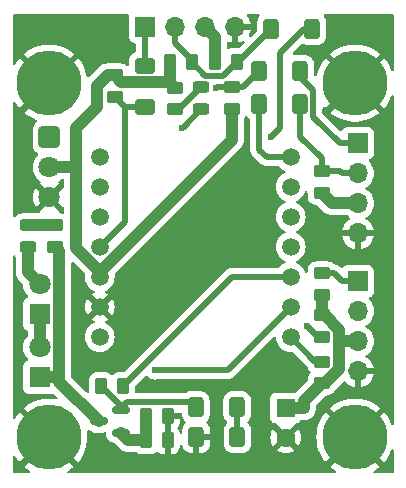
<source format=gtl>
G04 #@! TF.GenerationSoftware,KiCad,Pcbnew,7.0.7*
G04 #@! TF.CreationDate,2023-10-16T20:45:54+02:00*
G04 #@! TF.ProjectId,HeatPumpControl,48656174-5075-46d7-9043-6f6e74726f6c,2.0*
G04 #@! TF.SameCoordinates,Original*
G04 #@! TF.FileFunction,Copper,L1,Top*
G04 #@! TF.FilePolarity,Positive*
%FSLAX46Y46*%
G04 Gerber Fmt 4.6, Leading zero omitted, Abs format (unit mm)*
G04 Created by KiCad (PCBNEW 7.0.7) date 2023-10-16 20:45:54*
%MOMM*%
%LPD*%
G01*
G04 APERTURE LIST*
G04 Aperture macros list*
%AMRoundRect*
0 Rectangle with rounded corners*
0 $1 Rounding radius*
0 $2 $3 $4 $5 $6 $7 $8 $9 X,Y pos of 4 corners*
0 Add a 4 corners polygon primitive as box body*
4,1,4,$2,$3,$4,$5,$6,$7,$8,$9,$2,$3,0*
0 Add four circle primitives for the rounded corners*
1,1,$1+$1,$2,$3*
1,1,$1+$1,$4,$5*
1,1,$1+$1,$6,$7*
1,1,$1+$1,$8,$9*
0 Add four rect primitives between the rounded corners*
20,1,$1+$1,$2,$3,$4,$5,0*
20,1,$1+$1,$4,$5,$6,$7,0*
20,1,$1+$1,$6,$7,$8,$9,0*
20,1,$1+$1,$8,$9,$2,$3,0*%
G04 Aperture macros list end*
G04 #@! TA.AperFunction,ComponentPad*
%ADD10C,1.800000*%
G04 #@! TD*
G04 #@! TA.AperFunction,ComponentPad*
%ADD11R,1.800000X1.800000*%
G04 #@! TD*
G04 #@! TA.AperFunction,SMDPad,CuDef*
%ADD12RoundRect,0.250000X-0.262500X-0.450000X0.262500X-0.450000X0.262500X0.450000X-0.262500X0.450000X0*%
G04 #@! TD*
G04 #@! TA.AperFunction,ComponentPad*
%ADD13C,5.500000*%
G04 #@! TD*
G04 #@! TA.AperFunction,ComponentPad*
%ADD14R,1.700000X1.700000*%
G04 #@! TD*
G04 #@! TA.AperFunction,ComponentPad*
%ADD15O,1.700000X1.700000*%
G04 #@! TD*
G04 #@! TA.AperFunction,SMDPad,CuDef*
%ADD16RoundRect,0.243750X0.456250X-0.243750X0.456250X0.243750X-0.456250X0.243750X-0.456250X-0.243750X0*%
G04 #@! TD*
G04 #@! TA.AperFunction,ComponentPad*
%ADD17C,1.500000*%
G04 #@! TD*
G04 #@! TA.AperFunction,SMDPad,CuDef*
%ADD18RoundRect,0.250000X0.400000X0.600000X-0.400000X0.600000X-0.400000X-0.600000X0.400000X-0.600000X0*%
G04 #@! TD*
G04 #@! TA.AperFunction,SMDPad,CuDef*
%ADD19RoundRect,0.250000X0.262500X0.450000X-0.262500X0.450000X-0.262500X-0.450000X0.262500X-0.450000X0*%
G04 #@! TD*
G04 #@! TA.AperFunction,SMDPad,CuDef*
%ADD20RoundRect,0.250000X0.450000X-0.262500X0.450000X0.262500X-0.450000X0.262500X-0.450000X-0.262500X0*%
G04 #@! TD*
G04 #@! TA.AperFunction,SMDPad,CuDef*
%ADD21RoundRect,0.250000X-0.400000X-0.600000X0.400000X-0.600000X0.400000X0.600000X-0.400000X0.600000X0*%
G04 #@! TD*
G04 #@! TA.AperFunction,SMDPad,CuDef*
%ADD22RoundRect,0.243750X-0.456250X0.243750X-0.456250X-0.243750X0.456250X-0.243750X0.456250X0.243750X0*%
G04 #@! TD*
G04 #@! TA.AperFunction,ComponentPad*
%ADD23R,1.600000X1.600000*%
G04 #@! TD*
G04 #@! TA.AperFunction,ComponentPad*
%ADD24C,1.600000*%
G04 #@! TD*
G04 #@! TA.AperFunction,ComponentPad*
%ADD25RoundRect,0.248400X-0.651600X0.651600X-0.651600X-0.651600X0.651600X-0.651600X0.651600X0.651600X0*%
G04 #@! TD*
G04 #@! TA.AperFunction,SMDPad,CuDef*
%ADD26RoundRect,0.250000X-0.450000X0.262500X-0.450000X-0.262500X0.450000X-0.262500X0.450000X0.262500X0*%
G04 #@! TD*
G04 #@! TA.AperFunction,SMDPad,CuDef*
%ADD27RoundRect,0.150000X0.587500X0.150000X-0.587500X0.150000X-0.587500X-0.150000X0.587500X-0.150000X0*%
G04 #@! TD*
G04 #@! TA.AperFunction,SMDPad,CuDef*
%ADD28RoundRect,0.250000X-0.600000X0.400000X-0.600000X-0.400000X0.600000X-0.400000X0.600000X0.400000X0*%
G04 #@! TD*
G04 #@! TA.AperFunction,ViaPad*
%ADD29C,0.600000*%
G04 #@! TD*
G04 #@! TA.AperFunction,Conductor*
%ADD30C,1.000000*%
G04 #@! TD*
G04 #@! TA.AperFunction,Conductor*
%ADD31C,0.500000*%
G04 #@! TD*
G04 APERTURE END LIST*
D10*
X139192000Y-125857000D03*
D11*
X139192000Y-128397000D03*
D12*
X148185500Y-139065000D03*
X150010500Y-139065000D03*
D13*
X139954000Y-108839000D03*
X165862000Y-138811000D03*
D14*
X148092000Y-104070000D03*
D15*
X150632000Y-104070000D03*
X153172000Y-104070000D03*
X155712000Y-104070000D03*
D16*
X152828600Y-111047400D03*
X152828600Y-109172400D03*
D17*
X160433300Y-130317700D03*
X160433300Y-127777700D03*
X160433300Y-125237700D03*
X160433300Y-122697700D03*
X160433300Y-120157700D03*
X160433300Y-117617700D03*
X160433300Y-115077700D03*
X144268300Y-115077700D03*
X144268300Y-117617700D03*
X144268300Y-120157700D03*
X144268300Y-122697700D03*
X144268300Y-125237700D03*
X144268300Y-127777700D03*
X144268300Y-130317700D03*
D12*
X150217500Y-107061000D03*
X152042500Y-107061000D03*
D11*
X139192000Y-133731000D03*
D10*
X139192000Y-131191000D03*
D18*
X155900000Y-136271000D03*
X152400000Y-136271000D03*
D19*
X146200500Y-134493000D03*
X144375500Y-134493000D03*
D20*
X163068000Y-126769500D03*
X163068000Y-124944500D03*
D14*
X166116000Y-125603000D03*
D15*
X166116000Y-128143000D03*
X166116000Y-130683000D03*
X166116000Y-133223000D03*
D21*
X152428000Y-138811000D03*
X155928000Y-138811000D03*
D22*
X138176000Y-120855500D03*
X138176000Y-122730500D03*
D18*
X162278000Y-104267000D03*
X158778000Y-104267000D03*
D23*
X160020000Y-136335900D03*
D24*
X160020000Y-138835900D03*
D20*
X155448000Y-111021500D03*
X155448000Y-109196500D03*
D25*
X139999000Y-113411000D03*
D10*
X139999000Y-115951000D03*
X139999000Y-118491000D03*
D26*
X150622000Y-109222400D03*
X150622000Y-111047400D03*
D13*
X139954000Y-138811000D03*
D21*
X161262000Y-110617000D03*
X157762000Y-110617000D03*
D26*
X145542000Y-108180500D03*
X145542000Y-110005500D03*
D18*
X161262000Y-107823000D03*
X157762000Y-107823000D03*
D14*
X166116000Y-113919000D03*
D15*
X166116000Y-116459000D03*
X166116000Y-118999000D03*
X166116000Y-121539000D03*
D12*
X148185500Y-137033000D03*
X150010500Y-137033000D03*
D27*
X146050000Y-138425000D03*
X146050000Y-136525000D03*
X144175000Y-137475000D03*
D13*
X165862000Y-108839000D03*
D20*
X163068000Y-134239000D03*
X163068000Y-132414000D03*
D12*
X154027500Y-107061000D03*
X155852500Y-107061000D03*
D26*
X163068000Y-128500500D03*
X163068000Y-130325500D03*
D20*
X163068000Y-118133500D03*
X163068000Y-116308500D03*
X140462000Y-122705500D03*
X140462000Y-120880500D03*
D28*
X148082000Y-107343000D03*
X148082000Y-110843000D03*
D29*
X161798000Y-129413000D03*
X151216000Y-112591400D03*
X154114500Y-109248100D03*
X148964300Y-133124700D03*
X158750000Y-113411000D03*
D30*
X163933500Y-118999000D02*
X163068000Y-118133500D01*
X138176000Y-122730500D02*
X138176000Y-124841000D01*
X154027500Y-107061000D02*
X154027500Y-104925500D01*
X154027500Y-104925500D02*
X153172000Y-104070000D01*
X138176000Y-124841000D02*
X139192000Y-125857000D01*
X166116000Y-118999000D02*
X163933500Y-118999000D01*
X139999000Y-115951000D02*
X142269500Y-115951000D01*
X144274100Y-124794400D02*
X155448000Y-113620500D01*
X150217500Y-108817900D02*
X150217500Y-108701400D01*
X161570000Y-136335900D02*
X161570000Y-135737000D01*
X144018000Y-110871000D02*
X142269500Y-112619500D01*
X144268300Y-124800200D02*
X144274100Y-124794400D01*
X150622000Y-109222400D02*
X150217500Y-108817900D01*
X144018000Y-109093000D02*
X144018000Y-110871000D01*
X142269500Y-115951000D02*
X142269500Y-122789900D01*
X145542000Y-108180500D02*
X146062900Y-108701400D01*
X164516000Y-133061300D02*
X164516000Y-130683000D01*
X160020000Y-136335900D02*
X161570000Y-136335900D01*
X164516000Y-130683000D02*
X164516000Y-129705000D01*
X142269500Y-122789900D02*
X144274100Y-124794400D01*
X163068000Y-128500500D02*
X163068000Y-126769500D01*
X150217500Y-108701400D02*
X150217500Y-107061000D01*
X163068000Y-134239000D02*
X163338300Y-134239000D01*
X163338300Y-134239000D02*
X164516000Y-133061300D01*
X146062900Y-108701400D02*
X150217500Y-108701400D01*
X161570000Y-135737000D02*
X163068000Y-134239000D01*
X164516000Y-129705000D02*
X163311500Y-128500500D01*
X163311500Y-128500500D02*
X163068000Y-128500500D01*
X145542000Y-108180500D02*
X144930500Y-108180500D01*
X144268300Y-125237700D02*
X144268300Y-124800200D01*
X166116000Y-130683000D02*
X164516000Y-130683000D01*
X155448000Y-113620500D02*
X155448000Y-111021500D01*
X142269500Y-112619500D02*
X142269500Y-115951000D01*
X144930500Y-108180500D02*
X144018000Y-109093000D01*
D31*
X163068000Y-130325500D02*
X162710500Y-130325500D01*
X162710500Y-130325500D02*
X161798000Y-129413000D01*
X164107500Y-124944500D02*
X164766000Y-125603000D01*
X166116000Y-125603000D02*
X164766000Y-125603000D01*
X163068000Y-124944500D02*
X164107500Y-124944500D01*
D30*
X139192000Y-131191000D02*
X139192000Y-128397000D01*
D31*
X155928000Y-138811000D02*
X155900000Y-138783000D01*
X155900000Y-138783000D02*
X155900000Y-136271000D01*
D30*
X140842000Y-123085500D02*
X140842000Y-133731000D01*
X144175000Y-137475000D02*
X140842000Y-134142000D01*
X140842000Y-134142000D02*
X140842000Y-133731000D01*
X139192000Y-133731000D02*
X140842000Y-133731000D01*
X140462000Y-122705500D02*
X140842000Y-123085500D01*
X138176000Y-120855500D02*
X140437000Y-120855500D01*
X140437000Y-120855500D02*
X140462000Y-120880500D01*
D31*
X146587700Y-135866200D02*
X146168200Y-136285700D01*
X146168200Y-136285700D02*
X146168200Y-136406800D01*
X151995200Y-135866200D02*
X146587700Y-135866200D01*
X146168200Y-136285700D02*
X144375500Y-134493000D01*
X152400000Y-136271000D02*
X151995200Y-135866200D01*
X146168200Y-136406800D02*
X146050000Y-136525000D01*
X151216000Y-112591400D02*
X151284600Y-112591400D01*
X151284600Y-112591400D02*
X152828600Y-111047400D01*
X150953600Y-111047400D02*
X150622000Y-111047400D01*
X152828600Y-109172400D02*
X150953600Y-111047400D01*
X156388500Y-109196500D02*
X155448000Y-109196500D01*
X154166100Y-109196500D02*
X154114500Y-109248100D01*
X155448000Y-109196500D02*
X154166100Y-109196500D01*
X157762000Y-107823000D02*
X156388500Y-109196500D01*
X158384700Y-115077700D02*
X160433300Y-115077700D01*
X157762000Y-114455000D02*
X158384700Y-115077700D01*
X157762000Y-110617000D02*
X157762000Y-114455000D01*
D30*
X148185500Y-139065000D02*
X148185500Y-137033000D01*
X146690000Y-139065000D02*
X148185500Y-139065000D01*
X146050000Y-138425000D02*
X146690000Y-139065000D01*
D31*
X155086300Y-133124700D02*
X160433300Y-127777700D01*
X148964300Y-133124700D02*
X155086300Y-133124700D01*
X164592000Y-113919000D02*
X166116000Y-113919000D01*
X162362000Y-111689000D02*
X164592000Y-113919000D01*
X162362000Y-109403000D02*
X162362000Y-111689000D01*
X161262000Y-108303000D02*
X162362000Y-109403000D01*
X161262000Y-107823000D02*
X161262000Y-108303000D01*
X163068000Y-115189000D02*
X161262000Y-113383000D01*
X163068000Y-116308500D02*
X163068000Y-115189000D01*
X166116000Y-116459000D02*
X164766000Y-116459000D01*
X161262000Y-113383000D02*
X161262000Y-110617000D01*
X164615500Y-116308500D02*
X164766000Y-116459000D01*
X163068000Y-116308500D02*
X164615500Y-116308500D01*
X155455800Y-125237700D02*
X146200500Y-134493000D01*
X160433300Y-125237700D02*
X155455800Y-125237700D01*
X160433300Y-130317700D02*
X162529600Y-132414000D01*
X162529600Y-132414000D02*
X163068000Y-132414000D01*
X148082000Y-110843000D02*
X146379500Y-110843000D01*
X146379500Y-120586500D02*
X144268300Y-122697700D01*
X146379500Y-110843000D02*
X146379500Y-120586500D01*
X146379500Y-110843000D02*
X145542000Y-110005500D01*
X159512000Y-112649000D02*
X159512000Y-106299000D01*
X159512000Y-106299000D02*
X161544000Y-104267000D01*
X161544000Y-104267000D02*
X162278000Y-104267000D01*
X158750000Y-113411000D02*
X159512000Y-112649000D01*
X148092000Y-104070000D02*
X148092000Y-105420000D01*
X148082000Y-107343000D02*
X148082000Y-105430000D01*
X148082000Y-105430000D02*
X148092000Y-105420000D01*
X155984000Y-107061000D02*
X155852500Y-107061000D01*
X155852500Y-107061000D02*
X154679700Y-108233800D01*
X150632000Y-105420000D02*
X152042500Y-106830500D01*
X153215300Y-108233800D02*
X152042500Y-107061000D01*
X152042500Y-106830500D02*
X152042500Y-107061000D01*
X150632000Y-104070000D02*
X150632000Y-105420000D01*
X158778000Y-104267000D02*
X155984000Y-107061000D01*
X154679700Y-108233800D02*
X153215300Y-108233800D01*
G04 #@! TA.AperFunction,Conductor*
G36*
X138690404Y-139819550D02*
G01*
X138742181Y-139855773D01*
X138817080Y-139943470D01*
X138819130Y-139945870D01*
X138909222Y-140022816D01*
X138948031Y-140082267D01*
X138948537Y-140153262D01*
X138916486Y-140207722D01*
X137833870Y-141290337D01*
X137841713Y-141297766D01*
X137841719Y-141297771D01*
X138122969Y-141511572D01*
X138337308Y-141640536D01*
X138385365Y-141692795D01*
X138397541Y-141762740D01*
X138369968Y-141828164D01*
X138311402Y-141868295D01*
X138272348Y-141874500D01*
X137016500Y-141874500D01*
X136948379Y-141854498D01*
X136901886Y-141800842D01*
X136890500Y-141748500D01*
X136890500Y-140494751D01*
X136910502Y-140426630D01*
X136964158Y-140380137D01*
X137034432Y-140370033D01*
X137099012Y-140399527D01*
X137127823Y-140435732D01*
X137158256Y-140493137D01*
X137158258Y-140493140D01*
X137356518Y-140785551D01*
X137356517Y-140785551D01*
X137477640Y-140928148D01*
X138557277Y-139848511D01*
X138619589Y-139814486D01*
X138690404Y-139819550D01*
G37*
G04 #@! TD.AperFunction*
G04 #@! TA.AperFunction,Conductor*
G36*
X164598404Y-109847550D02*
G01*
X164650181Y-109883773D01*
X164706668Y-109949912D01*
X164727130Y-109973870D01*
X164817222Y-110050816D01*
X164856031Y-110110267D01*
X164856537Y-110181262D01*
X164824486Y-110235722D01*
X163741870Y-111318337D01*
X163749713Y-111325766D01*
X163749719Y-111325771D01*
X164030969Y-111539572D01*
X164333678Y-111721706D01*
X164654316Y-111870049D01*
X164654320Y-111870051D01*
X164989103Y-111982852D01*
X164989117Y-111982856D01*
X165334127Y-112058800D01*
X165334151Y-112058804D01*
X165685348Y-112096999D01*
X165685364Y-112097000D01*
X166038636Y-112097000D01*
X166038651Y-112096999D01*
X166389848Y-112058804D01*
X166389872Y-112058800D01*
X166734882Y-111982856D01*
X166734896Y-111982852D01*
X167069679Y-111870051D01*
X167069683Y-111870049D01*
X167390321Y-111721706D01*
X167693030Y-111539572D01*
X167974276Y-111325774D01*
X167974282Y-111325769D01*
X167982127Y-111318338D01*
X167982127Y-111318336D01*
X166899512Y-110235722D01*
X166865487Y-110173410D01*
X166870551Y-110102595D01*
X166906774Y-110050818D01*
X166996870Y-109973870D01*
X167073818Y-109883775D01*
X167133265Y-109844968D01*
X167204260Y-109844460D01*
X167258722Y-109876512D01*
X168338357Y-110956148D01*
X168459482Y-110813551D01*
X168657741Y-110521140D01*
X168657743Y-110521136D01*
X168823223Y-110209005D01*
X168823227Y-110208996D01*
X168936449Y-109924833D01*
X168980244Y-109868954D01*
X169047298Y-109845623D01*
X169116321Y-109862248D01*
X169165398Y-109913550D01*
X169179500Y-109971470D01*
X169179500Y-137678529D01*
X169159498Y-137746650D01*
X169105842Y-137793143D01*
X169035568Y-137803247D01*
X168970988Y-137773753D01*
X168936449Y-137725167D01*
X168823225Y-137440997D01*
X168823223Y-137440994D01*
X168657743Y-137128863D01*
X168657741Y-137128859D01*
X168459481Y-136836448D01*
X168459482Y-136836448D01*
X168338357Y-136693850D01*
X167258722Y-137773486D01*
X167196410Y-137807512D01*
X167125595Y-137802447D01*
X167073816Y-137766222D01*
X166996870Y-137676130D01*
X166984839Y-137665855D01*
X166906774Y-137599181D01*
X166867967Y-137539733D01*
X166867459Y-137468739D01*
X166899511Y-137414276D01*
X167982127Y-136331661D01*
X167974286Y-136324233D01*
X167974280Y-136324228D01*
X167693030Y-136110427D01*
X167390321Y-135928293D01*
X167069683Y-135779950D01*
X167069679Y-135779948D01*
X166734896Y-135667147D01*
X166734882Y-135667143D01*
X166389872Y-135591199D01*
X166389848Y-135591195D01*
X166038651Y-135553000D01*
X165685348Y-135553000D01*
X165334151Y-135591195D01*
X165334127Y-135591199D01*
X164989117Y-135667143D01*
X164989103Y-135667147D01*
X164654320Y-135779948D01*
X164654316Y-135779950D01*
X164333678Y-135928293D01*
X164030969Y-136110427D01*
X163749715Y-136324231D01*
X163749709Y-136324237D01*
X163741870Y-136331661D01*
X164824487Y-137414277D01*
X164858512Y-137476589D01*
X164853448Y-137547404D01*
X164817223Y-137599183D01*
X164727130Y-137676130D01*
X164650183Y-137766223D01*
X164590732Y-137805032D01*
X164519737Y-137805538D01*
X164465277Y-137773487D01*
X163385641Y-136693850D01*
X163264517Y-136836449D01*
X163066258Y-137128859D01*
X163066256Y-137128863D01*
X162900776Y-137440994D01*
X162900772Y-137441003D01*
X162770010Y-137769188D01*
X162770009Y-137769191D01*
X162675496Y-138109598D01*
X162675496Y-138109601D01*
X162618342Y-138458230D01*
X162599215Y-138810997D01*
X162599215Y-138811002D01*
X162618342Y-139163769D01*
X162675496Y-139512398D01*
X162675496Y-139512401D01*
X162770009Y-139852808D01*
X162770010Y-139852811D01*
X162900772Y-140180996D01*
X162900776Y-140181005D01*
X163066256Y-140493136D01*
X163066258Y-140493140D01*
X163264518Y-140785551D01*
X163264517Y-140785551D01*
X163385640Y-140928148D01*
X164465277Y-139848511D01*
X164527589Y-139814486D01*
X164598404Y-139819550D01*
X164650181Y-139855773D01*
X164725080Y-139943470D01*
X164727130Y-139945870D01*
X164817222Y-140022816D01*
X164856031Y-140082267D01*
X164856537Y-140153262D01*
X164824486Y-140207722D01*
X163741870Y-141290337D01*
X163749713Y-141297766D01*
X163749719Y-141297771D01*
X164030969Y-141511572D01*
X164245308Y-141640536D01*
X164293365Y-141692795D01*
X164305541Y-141762740D01*
X164277968Y-141828164D01*
X164219402Y-141868295D01*
X164180348Y-141874500D01*
X141635652Y-141874500D01*
X141567531Y-141854498D01*
X141521038Y-141800842D01*
X141510934Y-141730568D01*
X141540428Y-141665988D01*
X141570692Y-141640536D01*
X141785030Y-141511572D01*
X142066276Y-141297774D01*
X142066282Y-141297769D01*
X142074127Y-141290338D01*
X142074127Y-141290336D01*
X140991512Y-140207722D01*
X140957487Y-140145410D01*
X140962551Y-140074595D01*
X140998774Y-140022818D01*
X141088870Y-139945870D01*
X141165818Y-139855775D01*
X141225265Y-139816968D01*
X141296260Y-139816460D01*
X141350722Y-139848512D01*
X142430357Y-140928148D01*
X142551482Y-140785551D01*
X142749741Y-140493140D01*
X142749743Y-140493136D01*
X142915223Y-140181005D01*
X142915227Y-140180996D01*
X143045989Y-139852811D01*
X143045990Y-139852808D01*
X143140503Y-139512401D01*
X143140503Y-139512398D01*
X143197657Y-139163769D01*
X143216784Y-138811002D01*
X143216784Y-138810997D01*
X143197657Y-138458233D01*
X143185083Y-138381534D01*
X143193800Y-138311074D01*
X143239227Y-138256513D01*
X143306940Y-138235172D01*
X143344568Y-138240150D01*
X143483669Y-138280562D01*
X143491134Y-138281149D01*
X143520994Y-138283500D01*
X143520998Y-138283500D01*
X143525369Y-138283500D01*
X143593490Y-138303502D01*
X143605292Y-138312093D01*
X143611997Y-138317595D01*
X143787197Y-138411241D01*
X143977299Y-138468909D01*
X143977305Y-138468909D01*
X143977307Y-138468910D01*
X144174996Y-138488380D01*
X144175000Y-138488380D01*
X144175004Y-138488380D01*
X144372692Y-138468910D01*
X144372693Y-138468909D01*
X144372701Y-138468909D01*
X144562804Y-138411241D01*
X144618605Y-138381414D01*
X144688109Y-138366943D01*
X144754406Y-138392346D01*
X144796444Y-138449559D01*
X144804000Y-138492537D01*
X144804000Y-138641506D01*
X144806937Y-138678829D01*
X144853356Y-138838605D01*
X144938044Y-138981803D01*
X144938049Y-138981810D01*
X145055689Y-139099450D01*
X145055696Y-139099455D01*
X145198894Y-139184143D01*
X145198897Y-139184143D01*
X145198899Y-139184145D01*
X145358669Y-139230562D01*
X145389027Y-139232951D01*
X145455365Y-139258235D01*
X145468233Y-139269467D01*
X145939659Y-139740893D01*
X145943801Y-139745463D01*
X145973432Y-139781568D01*
X146126996Y-139907595D01*
X146249338Y-139972988D01*
X146302196Y-140001241D01*
X146302201Y-140001243D01*
X146331170Y-140010031D01*
X146492296Y-140058908D01*
X146492297Y-140058908D01*
X146492300Y-140058909D01*
X146492304Y-140058909D01*
X146492308Y-140058910D01*
X146689996Y-140078380D01*
X146690000Y-140078380D01*
X146690003Y-140078380D01*
X146736465Y-140073804D01*
X146742644Y-140073500D01*
X147356627Y-140073500D01*
X147424748Y-140093502D01*
X147445722Y-140110405D01*
X147449341Y-140114024D01*
X147449347Y-140114029D01*
X147449348Y-140114030D01*
X147600262Y-140207115D01*
X147768574Y-140262887D01*
X147872455Y-140273500D01*
X148498544Y-140273499D01*
X148602426Y-140262887D01*
X148770738Y-140207115D01*
X148921652Y-140114030D01*
X149009260Y-140026421D01*
X149071570Y-139992398D01*
X149142386Y-139997462D01*
X149187450Y-140026423D01*
X149274659Y-140113633D01*
X149274660Y-140113634D01*
X149425474Y-140206657D01*
X149593678Y-140262393D01*
X149593681Y-140262394D01*
X149697483Y-140272999D01*
X149697483Y-140273000D01*
X149756500Y-140273000D01*
X149756500Y-136905000D01*
X149776502Y-136836879D01*
X149830158Y-136790386D01*
X149882500Y-136779000D01*
X151034821Y-136779000D01*
X151088718Y-136749569D01*
X151159533Y-136754634D01*
X151216369Y-136797181D01*
X151241180Y-136863701D01*
X151241501Y-136872690D01*
X151241501Y-136921544D01*
X151252112Y-137025425D01*
X151286388Y-137128863D01*
X151307885Y-137193738D01*
X151400970Y-137344652D01*
X151522577Y-137466259D01*
X151556601Y-137528569D01*
X151551537Y-137599385D01*
X151522577Y-137644448D01*
X151429365Y-137737660D01*
X151336342Y-137888474D01*
X151280606Y-138056678D01*
X151280605Y-138056681D01*
X151270000Y-138160483D01*
X151270000Y-138436159D01*
X151249998Y-138504280D01*
X151196342Y-138550773D01*
X151126068Y-138560877D01*
X151061488Y-138531383D01*
X151023104Y-138471657D01*
X151020791Y-138462534D01*
X151020393Y-138460676D01*
X150964657Y-138292474D01*
X150871634Y-138141661D01*
X150868074Y-138138101D01*
X150834045Y-138075790D01*
X150839106Y-138004974D01*
X150868074Y-137959899D01*
X150871634Y-137956338D01*
X150964657Y-137805525D01*
X151020393Y-137637321D01*
X151020394Y-137637318D01*
X151030999Y-137533516D01*
X151031000Y-137533516D01*
X151031000Y-137287000D01*
X150264500Y-137287000D01*
X150264500Y-140273000D01*
X150323517Y-140273000D01*
X150323516Y-140272999D01*
X150427318Y-140262394D01*
X150427321Y-140262393D01*
X150595525Y-140206657D01*
X150746339Y-140113634D01*
X150746345Y-140113629D01*
X150871629Y-139988345D01*
X150871634Y-139988339D01*
X150964657Y-139837525D01*
X151020393Y-139669324D01*
X151030464Y-139570745D01*
X151057286Y-139505010D01*
X151115389Y-139464211D01*
X151186326Y-139461302D01*
X151247575Y-139497206D01*
X151278758Y-139558686D01*
X151279167Y-139558599D01*
X151279497Y-139560143D01*
X151279690Y-139560523D01*
X151279918Y-139562109D01*
X151280606Y-139565321D01*
X151336342Y-139733525D01*
X151429365Y-139884339D01*
X151429370Y-139884345D01*
X151554654Y-140009629D01*
X151554660Y-140009634D01*
X151705474Y-140102657D01*
X151873678Y-140158393D01*
X151873681Y-140158394D01*
X151977483Y-140168999D01*
X151977483Y-140169000D01*
X152174000Y-140169000D01*
X152174000Y-139065000D01*
X152682000Y-139065000D01*
X152682000Y-140169000D01*
X152878517Y-140169000D01*
X152878516Y-140168999D01*
X152982318Y-140158394D01*
X152982321Y-140158393D01*
X153150525Y-140102657D01*
X153301339Y-140009634D01*
X153301345Y-140009629D01*
X153426629Y-139884345D01*
X153426634Y-139884339D01*
X153519657Y-139733525D01*
X153575393Y-139565321D01*
X153575394Y-139565318D01*
X153585999Y-139461516D01*
X153586000Y-139461516D01*
X153586000Y-139065000D01*
X152682000Y-139065000D01*
X152174000Y-139065000D01*
X152174000Y-138683000D01*
X152194002Y-138614879D01*
X152247658Y-138568386D01*
X152300000Y-138557000D01*
X153586000Y-138557000D01*
X153586000Y-138160483D01*
X153575394Y-138056681D01*
X153575393Y-138056678D01*
X153519657Y-137888474D01*
X153426634Y-137737660D01*
X153426629Y-137737654D01*
X153305424Y-137616449D01*
X153271398Y-137554137D01*
X153276463Y-137483322D01*
X153305424Y-137438259D01*
X153399024Y-137344658D01*
X153399030Y-137344652D01*
X153492115Y-137193738D01*
X153547887Y-137025426D01*
X153558500Y-136921545D01*
X153558500Y-136921544D01*
X154741500Y-136921544D01*
X154752112Y-137025425D01*
X154807885Y-137193738D01*
X154900970Y-137344652D01*
X154900975Y-137344658D01*
X155022222Y-137465905D01*
X155056248Y-137528217D01*
X155051183Y-137599032D01*
X155022222Y-137644095D01*
X154928975Y-137737341D01*
X154928970Y-137737347D01*
X154835885Y-137888262D01*
X154780113Y-138056572D01*
X154780112Y-138056579D01*
X154769500Y-138160446D01*
X154769500Y-139461544D01*
X154780112Y-139565425D01*
X154835885Y-139733738D01*
X154928970Y-139884652D01*
X154928975Y-139884658D01*
X155054341Y-140010024D01*
X155054347Y-140010029D01*
X155054348Y-140010030D01*
X155205262Y-140103115D01*
X155373574Y-140158887D01*
X155477455Y-140169500D01*
X156378544Y-140169499D01*
X156482426Y-140158887D01*
X156650738Y-140103115D01*
X156801652Y-140010030D01*
X156927030Y-139884652D01*
X157020115Y-139733738D01*
X157075887Y-139565426D01*
X157086500Y-139461545D01*
X157086499Y-138160456D01*
X157075887Y-138056574D01*
X157020115Y-137888262D01*
X156927030Y-137737348D01*
X156927029Y-137737347D01*
X156927024Y-137737341D01*
X156805778Y-137616095D01*
X156771752Y-137553783D01*
X156776817Y-137482968D01*
X156805778Y-137437905D01*
X156899024Y-137344658D01*
X156899030Y-137344652D01*
X156992115Y-137193738D01*
X157047887Y-137025426D01*
X157058500Y-136921545D01*
X157058499Y-135620456D01*
X157057357Y-135609281D01*
X157047887Y-135516574D01*
X157038170Y-135487250D01*
X156992115Y-135348262D01*
X156899030Y-135197348D01*
X156899029Y-135197347D01*
X156899024Y-135197341D01*
X156773658Y-135071975D01*
X156773652Y-135071970D01*
X156736078Y-135048794D01*
X156622738Y-134978885D01*
X156538582Y-134950998D01*
X156454427Y-134923113D01*
X156454420Y-134923112D01*
X156350553Y-134912500D01*
X155449455Y-134912500D01*
X155345574Y-134923112D01*
X155177261Y-134978885D01*
X155026347Y-135071970D01*
X155026341Y-135071975D01*
X154900975Y-135197341D01*
X154900970Y-135197347D01*
X154807885Y-135348262D01*
X154752113Y-135516572D01*
X154752112Y-135516579D01*
X154741500Y-135620446D01*
X154741500Y-136921544D01*
X153558500Y-136921544D01*
X153558499Y-135620456D01*
X153557357Y-135609281D01*
X153547887Y-135516574D01*
X153538170Y-135487250D01*
X153492115Y-135348262D01*
X153399030Y-135197348D01*
X153399029Y-135197347D01*
X153399024Y-135197341D01*
X153273658Y-135071975D01*
X153273652Y-135071970D01*
X153236078Y-135048794D01*
X153122738Y-134978885D01*
X153038581Y-134950998D01*
X152954427Y-134923113D01*
X152954420Y-134923112D01*
X152850553Y-134912500D01*
X151949455Y-134912500D01*
X151845574Y-134923112D01*
X151677261Y-134978885D01*
X151526347Y-135071970D01*
X151520590Y-135076523D01*
X151519517Y-135075166D01*
X151465210Y-135104821D01*
X151438427Y-135107700D01*
X147347500Y-135107700D01*
X147279379Y-135087698D01*
X147232886Y-135034042D01*
X147221500Y-134981700D01*
X147221500Y-134806495D01*
X147221499Y-134596869D01*
X147241501Y-134528750D01*
X147258399Y-134507780D01*
X148142426Y-133623753D01*
X148204736Y-133589729D01*
X148275551Y-133594794D01*
X148321825Y-133628337D01*
X148323185Y-133626978D01*
X148457018Y-133760811D01*
X148457020Y-133760812D01*
X148611281Y-133857741D01*
X148611282Y-133857741D01*
X148611285Y-133857743D01*
X148783253Y-133917917D01*
X148964300Y-133938316D01*
X149145347Y-133917917D01*
X149224355Y-133890270D01*
X149265970Y-133883200D01*
X155021859Y-133883200D01*
X155040119Y-133884530D01*
X155045015Y-133885247D01*
X155064089Y-133888041D01*
X155097446Y-133885122D01*
X155116685Y-133883440D01*
X155122178Y-133883200D01*
X155130476Y-133883200D01*
X155130480Y-133883200D01*
X155156812Y-133880121D01*
X155163396Y-133879352D01*
X155170161Y-133878760D01*
X155240726Y-133872587D01*
X155240732Y-133872584D01*
X155247918Y-133871102D01*
X155247931Y-133871168D01*
X155255287Y-133869536D01*
X155255272Y-133869471D01*
X155262404Y-133867779D01*
X155262413Y-133867779D01*
X155335365Y-133841226D01*
X155409038Y-133816814D01*
X155409040Y-133816812D01*
X155415689Y-133813712D01*
X155415718Y-133813774D01*
X155422503Y-133810489D01*
X155422473Y-133810429D01*
X155429028Y-133807136D01*
X155429032Y-133807135D01*
X155493905Y-133764466D01*
X155559951Y-133723730D01*
X155559960Y-133723720D01*
X155565708Y-133719177D01*
X155565750Y-133719231D01*
X155571589Y-133714475D01*
X155571546Y-133714423D01*
X155577165Y-133709706D01*
X155577174Y-133709701D01*
X155630463Y-133653217D01*
X158962516Y-130321163D01*
X159024826Y-130287140D01*
X159095641Y-130292204D01*
X159152477Y-130334751D01*
X159177130Y-130399278D01*
X159189185Y-130537070D01*
X159241442Y-130732096D01*
X159246180Y-130749776D01*
X159339244Y-130949354D01*
X159462662Y-131125612D01*
X159465551Y-131129738D01*
X159465554Y-131129742D01*
X159621257Y-131285445D01*
X159621261Y-131285448D01*
X159621262Y-131285449D01*
X159801646Y-131411756D01*
X160001224Y-131504820D01*
X160213929Y-131561815D01*
X160433300Y-131581007D01*
X160433302Y-131581006D01*
X160433305Y-131581007D01*
X160550059Y-131570792D01*
X160619664Y-131584780D01*
X160650136Y-131607217D01*
X161847145Y-132804226D01*
X161877654Y-132853688D01*
X161925883Y-132999234D01*
X161925884Y-132999236D01*
X161925885Y-132999238D01*
X162006846Y-133130496D01*
X162018970Y-133150152D01*
X162018975Y-133150158D01*
X162106222Y-133237405D01*
X162140248Y-133299717D01*
X162135183Y-133370532D01*
X162106222Y-133415595D01*
X162018975Y-133502841D01*
X162018970Y-133502847D01*
X161925885Y-133653762D01*
X161870113Y-133822072D01*
X161870112Y-133822079D01*
X161859500Y-133925946D01*
X161859500Y-133969074D01*
X161839498Y-134037195D01*
X161822595Y-134058169D01*
X160894116Y-134986649D01*
X160889538Y-134990799D01*
X160884670Y-134994794D01*
X160879801Y-134998790D01*
X160814459Y-135026551D01*
X160799858Y-135027400D01*
X159171350Y-135027400D01*
X159110803Y-135033909D01*
X159110795Y-135033911D01*
X158973797Y-135085010D01*
X158973792Y-135085012D01*
X158856738Y-135172638D01*
X158769112Y-135289692D01*
X158769110Y-135289697D01*
X158718011Y-135426695D01*
X158718009Y-135426703D01*
X158711500Y-135487250D01*
X158711500Y-137184549D01*
X158718009Y-137245096D01*
X158718011Y-137245104D01*
X158769110Y-137382102D01*
X158769112Y-137382107D01*
X158856738Y-137499161D01*
X158973792Y-137586787D01*
X158973794Y-137586788D01*
X158973796Y-137586789D01*
X159007028Y-137599184D01*
X159110795Y-137637888D01*
X159110803Y-137637890D01*
X159174717Y-137644761D01*
X159174604Y-137645806D01*
X159237435Y-137667959D01*
X159281000Y-137724018D01*
X159283316Y-137740006D01*
X159837934Y-138294623D01*
X159871959Y-138356936D01*
X159866895Y-138427751D01*
X159824348Y-138484587D01*
X159806043Y-138495985D01*
X159781956Y-138508258D01*
X159781951Y-138508261D01*
X159692361Y-138597851D01*
X159692358Y-138597856D01*
X159680085Y-138621943D01*
X159631337Y-138673558D01*
X159562422Y-138690623D01*
X159495220Y-138667722D01*
X159478723Y-138653834D01*
X158932899Y-138108009D01*
X158882913Y-138179400D01*
X158786188Y-138386826D01*
X158786186Y-138386831D01*
X158726951Y-138607897D01*
X158707004Y-138835899D01*
X158726951Y-139063902D01*
X158786186Y-139284968D01*
X158786188Y-139284973D01*
X158882913Y-139492401D01*
X158932899Y-139563788D01*
X159478722Y-139017965D01*
X159541035Y-138983940D01*
X159611850Y-138989004D01*
X159668686Y-139031551D01*
X159680084Y-139049855D01*
X159692359Y-139073945D01*
X159692361Y-139073948D01*
X159781951Y-139163538D01*
X159781953Y-139163539D01*
X159781955Y-139163541D01*
X159806042Y-139175813D01*
X159857656Y-139224561D01*
X159874722Y-139293476D01*
X159851821Y-139360678D01*
X159837933Y-139377175D01*
X159292110Y-139922997D01*
X159292110Y-139923000D01*
X159363498Y-139972986D01*
X159570926Y-140069711D01*
X159570931Y-140069713D01*
X159791999Y-140128948D01*
X159791995Y-140128948D01*
X160020000Y-140148895D01*
X160248002Y-140128948D01*
X160469068Y-140069713D01*
X160469073Y-140069711D01*
X160676497Y-139972988D01*
X160747888Y-139922999D01*
X160747888Y-139922998D01*
X160202065Y-139377176D01*
X160168040Y-139314863D01*
X160173104Y-139244048D01*
X160215651Y-139187212D01*
X160233951Y-139175817D01*
X160258045Y-139163541D01*
X160347641Y-139073945D01*
X160359914Y-139049857D01*
X160408658Y-138998244D01*
X160477573Y-138981175D01*
X160544775Y-139004075D01*
X160561276Y-139017965D01*
X161107098Y-139563788D01*
X161107099Y-139563788D01*
X161157088Y-139492397D01*
X161253811Y-139284973D01*
X161253813Y-139284968D01*
X161313048Y-139063902D01*
X161332995Y-138835899D01*
X161313048Y-138607897D01*
X161253813Y-138386831D01*
X161253811Y-138386826D01*
X161157086Y-138179398D01*
X161107100Y-138108010D01*
X161107097Y-138108010D01*
X160561275Y-138653833D01*
X160498963Y-138687859D01*
X160428148Y-138682794D01*
X160371312Y-138640247D01*
X160359913Y-138621941D01*
X160356315Y-138614879D01*
X160347641Y-138597855D01*
X160347639Y-138597853D01*
X160347638Y-138597851D01*
X160258048Y-138508261D01*
X160258045Y-138508259D01*
X160233955Y-138495984D01*
X160182341Y-138447234D01*
X160165276Y-138378319D01*
X160188178Y-138311118D01*
X160202065Y-138294622D01*
X160759569Y-137737118D01*
X160764709Y-137711549D01*
X160814108Y-137660557D01*
X160865369Y-137645567D01*
X160865283Y-137644761D01*
X160929196Y-137637890D01*
X160929199Y-137637889D01*
X160929201Y-137637889D01*
X160930443Y-137637426D01*
X160948045Y-137630860D01*
X161066204Y-137586789D01*
X161072061Y-137582405D01*
X161183261Y-137499161D01*
X161261317Y-137394891D01*
X161318153Y-137352344D01*
X161362185Y-137344400D01*
X161517359Y-137344400D01*
X161523539Y-137344704D01*
X161569998Y-137349280D01*
X161570000Y-137349280D01*
X161570003Y-137349280D01*
X161767694Y-137329809D01*
X161767695Y-137329808D01*
X161767701Y-137329808D01*
X161957804Y-137272141D01*
X162133004Y-137178495D01*
X162286568Y-137052468D01*
X162412595Y-136898904D01*
X162506241Y-136723704D01*
X162563908Y-136533601D01*
X162567386Y-136498294D01*
X162578500Y-136385447D01*
X162583380Y-136335901D01*
X162583380Y-136335897D01*
X162578804Y-136289436D01*
X162578500Y-136283257D01*
X162578500Y-136206924D01*
X162598502Y-136138803D01*
X162615405Y-136117829D01*
X163436330Y-135296904D01*
X163498642Y-135262878D01*
X163525425Y-135259999D01*
X163568544Y-135259999D01*
X163672426Y-135249387D01*
X163840738Y-135193615D01*
X163991652Y-135100530D01*
X164117030Y-134975152D01*
X164210115Y-134824238D01*
X164215994Y-134806494D01*
X164246502Y-134757030D01*
X164901278Y-134102254D01*
X164963587Y-134068232D01*
X165034402Y-134073296D01*
X165083071Y-134106015D01*
X165193093Y-134225531D01*
X165370698Y-134363767D01*
X165370699Y-134363768D01*
X165568628Y-134470882D01*
X165568630Y-134470883D01*
X165781483Y-134543955D01*
X165781492Y-134543957D01*
X165862000Y-134557391D01*
X165862000Y-133837033D01*
X165882002Y-133768912D01*
X165935658Y-133722419D01*
X166005926Y-133712315D01*
X166080237Y-133723000D01*
X166151763Y-133723000D01*
X166226069Y-133712316D01*
X166296341Y-133722419D01*
X166349997Y-133768911D01*
X166370000Y-133837031D01*
X166370000Y-134557390D01*
X166450507Y-134543957D01*
X166450516Y-134543955D01*
X166663369Y-134470883D01*
X166663371Y-134470882D01*
X166861300Y-134363768D01*
X166861301Y-134363767D01*
X167038902Y-134225534D01*
X167191325Y-134059958D01*
X167314419Y-133871548D01*
X167404820Y-133665456D01*
X167404823Y-133665449D01*
X167452544Y-133477000D01*
X166730844Y-133477000D01*
X166662723Y-133456998D01*
X166616230Y-133403342D01*
X166606126Y-133333068D01*
X166609947Y-133315504D01*
X166615934Y-133295113D01*
X166616000Y-133294889D01*
X166616000Y-133151111D01*
X166609946Y-133130496D01*
X166609948Y-133059500D01*
X166648333Y-132999774D01*
X166712914Y-132970282D01*
X166730844Y-132969000D01*
X167452544Y-132969000D01*
X167452544Y-132968999D01*
X167404823Y-132780550D01*
X167404820Y-132780543D01*
X167314419Y-132574451D01*
X167191325Y-132386041D01*
X167038902Y-132220465D01*
X166861301Y-132082232D01*
X166861300Y-132082231D01*
X166827791Y-132064097D01*
X166777401Y-132014083D01*
X166762050Y-131944766D01*
X166786612Y-131878153D01*
X166827790Y-131842472D01*
X166861576Y-131824189D01*
X167039240Y-131685906D01*
X167191722Y-131520268D01*
X167314860Y-131331791D01*
X167405296Y-131125616D01*
X167460564Y-130907368D01*
X167479156Y-130683000D01*
X167460564Y-130458632D01*
X167460562Y-130458624D01*
X167405297Y-130240387D01*
X167405296Y-130240386D01*
X167405296Y-130240384D01*
X167314860Y-130034209D01*
X167308140Y-130023924D01*
X167191724Y-129845734D01*
X167191720Y-129845729D01*
X167039237Y-129680091D01*
X166957382Y-129616381D01*
X166861576Y-129541811D01*
X166828319Y-129523813D01*
X166777929Y-129473802D01*
X166762576Y-129404485D01*
X166787136Y-129337872D01*
X166828320Y-129302186D01*
X166861576Y-129284189D01*
X167039240Y-129145906D01*
X167191722Y-128980268D01*
X167314860Y-128791791D01*
X167405296Y-128585616D01*
X167460564Y-128367368D01*
X167479156Y-128143000D01*
X167460564Y-127918632D01*
X167454443Y-127894461D01*
X167405297Y-127700387D01*
X167405296Y-127700386D01*
X167405296Y-127700384D01*
X167314860Y-127494209D01*
X167284899Y-127448350D01*
X167191724Y-127305734D01*
X167191719Y-127305729D01*
X167180019Y-127293020D01*
X167048524Y-127150179D01*
X167017103Y-127086514D01*
X167025090Y-127015968D01*
X167069948Y-126960939D01*
X167097183Y-126946789D01*
X167212204Y-126903889D01*
X167329261Y-126816261D01*
X167396455Y-126726501D01*
X167416887Y-126699207D01*
X167416887Y-126699206D01*
X167416889Y-126699204D01*
X167467989Y-126562201D01*
X167471066Y-126533585D01*
X167474499Y-126501649D01*
X167474500Y-126501632D01*
X167474500Y-124704367D01*
X167474499Y-124704350D01*
X167467990Y-124643803D01*
X167467988Y-124643795D01*
X167425819Y-124530738D01*
X167416889Y-124506796D01*
X167416888Y-124506794D01*
X167416887Y-124506792D01*
X167329261Y-124389738D01*
X167212207Y-124302112D01*
X167212202Y-124302110D01*
X167075204Y-124251011D01*
X167075196Y-124251009D01*
X167014649Y-124244500D01*
X167014638Y-124244500D01*
X165217362Y-124244500D01*
X165217350Y-124244500D01*
X165156803Y-124251009D01*
X165156795Y-124251011D01*
X165019797Y-124302110D01*
X165019792Y-124302112D01*
X164902740Y-124389737D01*
X164872209Y-124430522D01*
X164815372Y-124473068D01*
X164744557Y-124478132D01*
X164682245Y-124444107D01*
X164670274Y-124430255D01*
X164662969Y-124420442D01*
X164662967Y-124420440D01*
X164622524Y-124386503D01*
X164618470Y-124382789D01*
X164612607Y-124376925D01*
X164586604Y-124356364D01*
X164527136Y-124306465D01*
X164521006Y-124302433D01*
X164521041Y-124302378D01*
X164514687Y-124298329D01*
X164514653Y-124298386D01*
X164508406Y-124294533D01*
X164438040Y-124261720D01*
X164403751Y-124244500D01*
X164368688Y-124226891D01*
X164368686Y-124226890D01*
X164368683Y-124226889D01*
X164361789Y-124224380D01*
X164361811Y-124224317D01*
X164354689Y-124221841D01*
X164354669Y-124221904D01*
X164347709Y-124219597D01*
X164271650Y-124203892D01*
X164196152Y-124185999D01*
X164188867Y-124185148D01*
X164188874Y-124185080D01*
X164181377Y-124184314D01*
X164181372Y-124184381D01*
X164174058Y-124183741D01*
X164174057Y-124183741D01*
X164149055Y-124184468D01*
X164080382Y-124166454D01*
X164056299Y-124147616D01*
X163991658Y-124082975D01*
X163991652Y-124082970D01*
X163989909Y-124081895D01*
X163840738Y-123989885D01*
X163695670Y-123941815D01*
X163672427Y-123934113D01*
X163672420Y-123934112D01*
X163568553Y-123923500D01*
X162567455Y-123923500D01*
X162463574Y-123934112D01*
X162295261Y-123989885D01*
X162144347Y-124082970D01*
X162144341Y-124082975D01*
X162018975Y-124208341D01*
X162018970Y-124208347D01*
X161925885Y-124359262D01*
X161870113Y-124527572D01*
X161870112Y-124527579D01*
X161859500Y-124631446D01*
X161859500Y-124749983D01*
X161839498Y-124818104D01*
X161785842Y-124864597D01*
X161715568Y-124874701D01*
X161650988Y-124845207D01*
X161619305Y-124803233D01*
X161615249Y-124794534D01*
X161527356Y-124606047D01*
X161401049Y-124425662D01*
X161245338Y-124269951D01*
X161064954Y-124143644D01*
X161064948Y-124143641D01*
X161064948Y-124143640D01*
X160932532Y-124081895D01*
X160879246Y-124034978D01*
X160859785Y-123966701D01*
X160880326Y-123898741D01*
X160932532Y-123853505D01*
X161064948Y-123791759D01*
X161064948Y-123791758D01*
X161064954Y-123791756D01*
X161245338Y-123665449D01*
X161401049Y-123509738D01*
X161527356Y-123329354D01*
X161620420Y-123129776D01*
X161677415Y-122917071D01*
X161696607Y-122697700D01*
X161677415Y-122478329D01*
X161620420Y-122265624D01*
X161527356Y-122066047D01*
X161401049Y-121885662D01*
X161245338Y-121729951D01*
X161225328Y-121715940D01*
X161193058Y-121693344D01*
X161064954Y-121603644D01*
X161064948Y-121603641D01*
X161064948Y-121603640D01*
X160932532Y-121541895D01*
X160879246Y-121494978D01*
X160859785Y-121426701D01*
X160880326Y-121358741D01*
X160932532Y-121313505D01*
X161064948Y-121251759D01*
X161064948Y-121251758D01*
X161064954Y-121251756D01*
X161245338Y-121125449D01*
X161401049Y-120969738D01*
X161527356Y-120789354D01*
X161620420Y-120589776D01*
X161677415Y-120377071D01*
X161696607Y-120157700D01*
X161677415Y-119938329D01*
X161620420Y-119725624D01*
X161527356Y-119526047D01*
X161401049Y-119345662D01*
X161245338Y-119189951D01*
X161225328Y-119175940D01*
X161179551Y-119143886D01*
X161064954Y-119063644D01*
X161064950Y-119063642D01*
X160932531Y-119001894D01*
X160879246Y-118954977D01*
X160859785Y-118886699D01*
X160880327Y-118818739D01*
X160932529Y-118773505D01*
X161064954Y-118711756D01*
X161245338Y-118585449D01*
X161401049Y-118429738D01*
X161527356Y-118249354D01*
X161568215Y-118161732D01*
X161619305Y-118052167D01*
X161666222Y-117998881D01*
X161734499Y-117979420D01*
X161802459Y-117999961D01*
X161848525Y-118053984D01*
X161859500Y-118105416D01*
X161859500Y-118446544D01*
X161870112Y-118550425D01*
X161925885Y-118718738D01*
X162018970Y-118869652D01*
X162018975Y-118869658D01*
X162144341Y-118995024D01*
X162144347Y-118995029D01*
X162144348Y-118995030D01*
X162295262Y-119088115D01*
X162463574Y-119143887D01*
X162567455Y-119154500D01*
X162610573Y-119154499D01*
X162678693Y-119174500D01*
X162699670Y-119191404D01*
X163183159Y-119674893D01*
X163187301Y-119679463D01*
X163216932Y-119715568D01*
X163370496Y-119841595D01*
X163545696Y-119935241D01*
X163589942Y-119948662D01*
X163735799Y-119992909D01*
X163735805Y-119992909D01*
X163735807Y-119992910D01*
X163933496Y-120012380D01*
X163933500Y-120012380D01*
X163933503Y-120012380D01*
X163979965Y-120007804D01*
X163986144Y-120007500D01*
X165156691Y-120007500D01*
X165224812Y-120027502D01*
X165234082Y-120034069D01*
X165340230Y-120116688D01*
X165370424Y-120140189D01*
X165404205Y-120158470D01*
X165454596Y-120208482D01*
X165469949Y-120277799D01*
X165445389Y-120344412D01*
X165404209Y-120380096D01*
X165370704Y-120398228D01*
X165370698Y-120398232D01*
X165193097Y-120536465D01*
X165040674Y-120702041D01*
X164917580Y-120890451D01*
X164827179Y-121096543D01*
X164827176Y-121096550D01*
X164779455Y-121284999D01*
X164779456Y-121285000D01*
X165501156Y-121285000D01*
X165569277Y-121305002D01*
X165615770Y-121358658D01*
X165625874Y-121428932D01*
X165622053Y-121446496D01*
X165616000Y-121467111D01*
X165616000Y-121610888D01*
X165622053Y-121631504D01*
X165622052Y-121702500D01*
X165583667Y-121762226D01*
X165519086Y-121791718D01*
X165501156Y-121793000D01*
X164779455Y-121793000D01*
X164827176Y-121981449D01*
X164827179Y-121981456D01*
X164917580Y-122187548D01*
X165040674Y-122375958D01*
X165193097Y-122541534D01*
X165370698Y-122679767D01*
X165370699Y-122679768D01*
X165568628Y-122786882D01*
X165568630Y-122786883D01*
X165781483Y-122859955D01*
X165781492Y-122859957D01*
X165862000Y-122873391D01*
X165862000Y-122153033D01*
X165882002Y-122084912D01*
X165935658Y-122038419D01*
X166005926Y-122028315D01*
X166080237Y-122039000D01*
X166151763Y-122039000D01*
X166226069Y-122028316D01*
X166296341Y-122038419D01*
X166349997Y-122084911D01*
X166370000Y-122153031D01*
X166370000Y-122873390D01*
X166450507Y-122859957D01*
X166450516Y-122859955D01*
X166663369Y-122786883D01*
X166663371Y-122786882D01*
X166861300Y-122679768D01*
X166861301Y-122679767D01*
X167038902Y-122541534D01*
X167191325Y-122375958D01*
X167314419Y-122187548D01*
X167404820Y-121981456D01*
X167404823Y-121981449D01*
X167452544Y-121793000D01*
X166730844Y-121793000D01*
X166662723Y-121772998D01*
X166616230Y-121719342D01*
X166606126Y-121649068D01*
X166609947Y-121631504D01*
X166616000Y-121610888D01*
X166616000Y-121467111D01*
X166609947Y-121446496D01*
X166609948Y-121375500D01*
X166648333Y-121315774D01*
X166712914Y-121286282D01*
X166730844Y-121285000D01*
X167452544Y-121285000D01*
X167452544Y-121284999D01*
X167404823Y-121096550D01*
X167404820Y-121096543D01*
X167314419Y-120890451D01*
X167191325Y-120702041D01*
X167038902Y-120536465D01*
X166861301Y-120398232D01*
X166861300Y-120398231D01*
X166827791Y-120380097D01*
X166777401Y-120330083D01*
X166762050Y-120260766D01*
X166786612Y-120194153D01*
X166827790Y-120158472D01*
X166861576Y-120140189D01*
X167039240Y-120001906D01*
X167191722Y-119836268D01*
X167314860Y-119647791D01*
X167405296Y-119441616D01*
X167460564Y-119223368D01*
X167479156Y-118999000D01*
X167460564Y-118774632D01*
X167416204Y-118599459D01*
X167405297Y-118556387D01*
X167405296Y-118556386D01*
X167405296Y-118556384D01*
X167314860Y-118350209D01*
X167298220Y-118324740D01*
X167191724Y-118161734D01*
X167191720Y-118161729D01*
X167042800Y-117999961D01*
X167039240Y-117996094D01*
X167039239Y-117996093D01*
X167039237Y-117996091D01*
X166957382Y-117932381D01*
X166861576Y-117857811D01*
X166861569Y-117857807D01*
X166828318Y-117839812D01*
X166777928Y-117789798D01*
X166762576Y-117720481D01*
X166787137Y-117653869D01*
X166828315Y-117618188D01*
X166861576Y-117600189D01*
X167039240Y-117461906D01*
X167191722Y-117296268D01*
X167314860Y-117107791D01*
X167405296Y-116901616D01*
X167460564Y-116683368D01*
X167479156Y-116459000D01*
X167460564Y-116234632D01*
X167405296Y-116016384D01*
X167314860Y-115810209D01*
X167260932Y-115727666D01*
X167191724Y-115621734D01*
X167191719Y-115621729D01*
X167173333Y-115601757D01*
X167048524Y-115466179D01*
X167017103Y-115402514D01*
X167025090Y-115331968D01*
X167069948Y-115276939D01*
X167097183Y-115262789D01*
X167212204Y-115219889D01*
X167223793Y-115211214D01*
X167329261Y-115132261D01*
X167416887Y-115015207D01*
X167416887Y-115015206D01*
X167416889Y-115015204D01*
X167467989Y-114878201D01*
X167468622Y-114872320D01*
X167474499Y-114817649D01*
X167474500Y-114817632D01*
X167474500Y-113020367D01*
X167474499Y-113020350D01*
X167467990Y-112959803D01*
X167467988Y-112959795D01*
X167416889Y-112822797D01*
X167416887Y-112822792D01*
X167329261Y-112705738D01*
X167212207Y-112618112D01*
X167212202Y-112618110D01*
X167075204Y-112567011D01*
X167075196Y-112567009D01*
X167014649Y-112560500D01*
X167014638Y-112560500D01*
X165217362Y-112560500D01*
X165217350Y-112560500D01*
X165156803Y-112567009D01*
X165156795Y-112567011D01*
X165019797Y-112618110D01*
X165019792Y-112618112D01*
X164902738Y-112705738D01*
X164815112Y-112822792D01*
X164810795Y-112830701D01*
X164808576Y-112829489D01*
X164774073Y-112875573D01*
X164707551Y-112900380D01*
X164638178Y-112885283D01*
X164609476Y-112863795D01*
X163918745Y-112173064D01*
X163157405Y-111411723D01*
X163123379Y-111349411D01*
X163120500Y-111322628D01*
X163120500Y-110986967D01*
X163140502Y-110918846D01*
X163194158Y-110872353D01*
X163264432Y-110862249D01*
X163329012Y-110891743D01*
X163342533Y-110905397D01*
X163385640Y-110956148D01*
X164465277Y-109876511D01*
X164527589Y-109842486D01*
X164598404Y-109847550D01*
G37*
G04 #@! TD.AperFunction*
G04 #@! TA.AperFunction,Conductor*
G36*
X167258722Y-139848512D02*
G01*
X168338357Y-140928148D01*
X168459482Y-140785551D01*
X168657741Y-140493140D01*
X168657743Y-140493136D01*
X168823223Y-140181005D01*
X168823227Y-140180996D01*
X168936449Y-139896833D01*
X168980244Y-139840954D01*
X169047298Y-139817623D01*
X169116321Y-139834248D01*
X169165398Y-139885550D01*
X169179500Y-139943470D01*
X169179500Y-141748500D01*
X169159498Y-141816621D01*
X169105842Y-141863114D01*
X169053500Y-141874500D01*
X167543652Y-141874500D01*
X167475531Y-141854498D01*
X167429038Y-141800842D01*
X167418934Y-141730568D01*
X167448428Y-141665988D01*
X167478692Y-141640536D01*
X167693030Y-141511572D01*
X167974276Y-141297774D01*
X167974282Y-141297769D01*
X167982127Y-141290338D01*
X167982127Y-141290336D01*
X166899512Y-140207722D01*
X166865487Y-140145410D01*
X166870551Y-140074595D01*
X166906774Y-140022818D01*
X166996870Y-139945870D01*
X167073818Y-139855775D01*
X167133265Y-139816968D01*
X167204260Y-139816460D01*
X167258722Y-139848512D01*
G37*
G04 #@! TD.AperFunction*
G04 #@! TA.AperFunction,Conductor*
G36*
X137099012Y-123411815D02*
G01*
X137123739Y-123440890D01*
X137125656Y-123443998D01*
X137130592Y-123448934D01*
X137164619Y-123511243D01*
X137167500Y-123538032D01*
X137167500Y-124788355D01*
X137167196Y-124794534D01*
X137162620Y-124840996D01*
X137162620Y-124841004D01*
X137182089Y-125038692D01*
X137182091Y-125038701D01*
X137224626Y-125178918D01*
X137239758Y-125228803D01*
X137239759Y-125228805D01*
X137333405Y-125404004D01*
X137397548Y-125482163D01*
X137459432Y-125557568D01*
X137495531Y-125587194D01*
X137500100Y-125591334D01*
X137676669Y-125767903D01*
X137747178Y-125838412D01*
X137781204Y-125900724D01*
X137783653Y-125917101D01*
X137794328Y-126045932D01*
X137797950Y-126089633D01*
X137855249Y-126315903D01*
X137855252Y-126315910D01*
X137949015Y-126529668D01*
X138049895Y-126684077D01*
X138076686Y-126725083D01*
X138161842Y-126817587D01*
X138193263Y-126881251D01*
X138185276Y-126951797D01*
X138140417Y-127006826D01*
X138113175Y-127020979D01*
X138045795Y-127046111D01*
X138045792Y-127046112D01*
X137928738Y-127133738D01*
X137841112Y-127250792D01*
X137841110Y-127250797D01*
X137790011Y-127387795D01*
X137790009Y-127387803D01*
X137783500Y-127448350D01*
X137783500Y-129345649D01*
X137790009Y-129406196D01*
X137790011Y-129406204D01*
X137841110Y-129543202D01*
X137841112Y-129543207D01*
X137928738Y-129660261D01*
X138045791Y-129747886D01*
X138045792Y-129747886D01*
X138045796Y-129747889D01*
X138101535Y-129768679D01*
X138158368Y-129811224D01*
X138183179Y-129877744D01*
X138183500Y-129886733D01*
X138183500Y-130157721D01*
X138163498Y-130225842D01*
X138150203Y-130243055D01*
X138109621Y-130287140D01*
X138076683Y-130322920D01*
X137949015Y-130518331D01*
X137855252Y-130732089D01*
X137855249Y-130732096D01*
X137797950Y-130958366D01*
X137797949Y-130958372D01*
X137797949Y-130958374D01*
X137778673Y-131191000D01*
X137796965Y-131411756D01*
X137797950Y-131423633D01*
X137855249Y-131649903D01*
X137855252Y-131649910D01*
X137949015Y-131863668D01*
X138040988Y-132004444D01*
X138076686Y-132059083D01*
X138161842Y-132151587D01*
X138193263Y-132215251D01*
X138185276Y-132285797D01*
X138140417Y-132340826D01*
X138113175Y-132354979D01*
X138045795Y-132380111D01*
X138045792Y-132380112D01*
X137928738Y-132467738D01*
X137841112Y-132584792D01*
X137841110Y-132584797D01*
X137790011Y-132721795D01*
X137790009Y-132721803D01*
X137783500Y-132782350D01*
X137783500Y-134679649D01*
X137790009Y-134740196D01*
X137790011Y-134740204D01*
X137841110Y-134877202D01*
X137841112Y-134877207D01*
X137928738Y-134994261D01*
X138045792Y-135081887D01*
X138045794Y-135081888D01*
X138045796Y-135081889D01*
X138087452Y-135097426D01*
X138182795Y-135132988D01*
X138182803Y-135132990D01*
X138243350Y-135139499D01*
X138243355Y-135139499D01*
X138243362Y-135139500D01*
X138243368Y-135139500D01*
X140140632Y-135139500D01*
X140140638Y-135139500D01*
X140140645Y-135139499D01*
X140140649Y-135139499D01*
X140201196Y-135132990D01*
X140201199Y-135132989D01*
X140201201Y-135132989D01*
X140275046Y-135105445D01*
X140345858Y-135100380D01*
X140408168Y-135134402D01*
X140408172Y-135134406D01*
X140668273Y-135394507D01*
X140702299Y-135456819D01*
X140697234Y-135527634D01*
X140654687Y-135584470D01*
X140588167Y-135609281D01*
X140552092Y-135606656D01*
X140481876Y-135591200D01*
X140481848Y-135591195D01*
X140130651Y-135553000D01*
X139777348Y-135553000D01*
X139426151Y-135591195D01*
X139426127Y-135591199D01*
X139081117Y-135667143D01*
X139081103Y-135667147D01*
X138746320Y-135779948D01*
X138746316Y-135779950D01*
X138425678Y-135928293D01*
X138122969Y-136110427D01*
X137841715Y-136324231D01*
X137841709Y-136324237D01*
X137833870Y-136331661D01*
X138916487Y-137414277D01*
X138950512Y-137476589D01*
X138945448Y-137547404D01*
X138909223Y-137599183D01*
X138819130Y-137676130D01*
X138742183Y-137766223D01*
X138682732Y-137805032D01*
X138611737Y-137805538D01*
X138557277Y-137773487D01*
X137477641Y-136693850D01*
X137356517Y-136836449D01*
X137158258Y-137128859D01*
X137158252Y-137128869D01*
X137127822Y-137186268D01*
X137078242Y-137237084D01*
X137009059Y-137253028D01*
X136942238Y-137229038D01*
X136898995Y-137172730D01*
X136890500Y-137127248D01*
X136890500Y-123507039D01*
X136910502Y-123438918D01*
X136964158Y-123392425D01*
X137034432Y-123382321D01*
X137099012Y-123411815D01*
G37*
G04 #@! TD.AperFunction*
G04 #@! TA.AperFunction,Conductor*
G36*
X156731398Y-111651849D02*
G01*
X156757904Y-111682438D01*
X156762970Y-111690652D01*
X156762975Y-111690658D01*
X156888341Y-111816024D01*
X156888345Y-111816027D01*
X156888348Y-111816030D01*
X156888350Y-111816031D01*
X156943646Y-111850138D01*
X156991125Y-111902923D01*
X157003500Y-111957379D01*
X157003500Y-114390559D01*
X157002170Y-114408819D01*
X156998659Y-114432786D01*
X156998659Y-114432794D01*
X157003260Y-114485372D01*
X157003500Y-114490866D01*
X157003500Y-114499182D01*
X157007347Y-114532094D01*
X157014112Y-114609419D01*
X157015596Y-114616606D01*
X157015531Y-114616619D01*
X157017165Y-114623989D01*
X157017229Y-114623975D01*
X157018921Y-114631116D01*
X157029567Y-114660364D01*
X157045473Y-114704065D01*
X157049212Y-114715349D01*
X157069885Y-114777736D01*
X157072987Y-114784388D01*
X157072926Y-114784416D01*
X157076211Y-114791202D01*
X157076270Y-114791173D01*
X157079560Y-114797724D01*
X157079564Y-114797731D01*
X157079565Y-114797732D01*
X157092665Y-114817649D01*
X157122233Y-114862605D01*
X157162967Y-114928648D01*
X157167522Y-114934408D01*
X157167468Y-114934450D01*
X157172228Y-114940292D01*
X157172279Y-114940250D01*
X157176993Y-114945868D01*
X157176998Y-114945873D01*
X157176999Y-114945874D01*
X157233482Y-114999163D01*
X157802798Y-115568479D01*
X157814765Y-115582327D01*
X157815710Y-115583597D01*
X157829231Y-115601758D01*
X157855137Y-115623496D01*
X157869675Y-115635694D01*
X157873721Y-115639402D01*
X157879600Y-115645281D01*
X157905595Y-115665835D01*
X157965060Y-115715732D01*
X157965066Y-115715735D01*
X157971195Y-115719767D01*
X157971158Y-115719822D01*
X157977511Y-115723869D01*
X157977547Y-115723813D01*
X157983792Y-115727665D01*
X157983795Y-115727667D01*
X158054152Y-115760475D01*
X158123512Y-115795309D01*
X158123513Y-115795309D01*
X158123517Y-115795311D01*
X158130413Y-115797821D01*
X158130389Y-115797885D01*
X158137505Y-115800359D01*
X158137527Y-115800295D01*
X158144491Y-115802603D01*
X158220549Y-115818307D01*
X158254566Y-115826369D01*
X158296044Y-115836200D01*
X158296050Y-115836200D01*
X158303333Y-115837052D01*
X158303325Y-115837119D01*
X158310822Y-115837885D01*
X158310828Y-115837819D01*
X158318135Y-115838457D01*
X158318142Y-115838459D01*
X158395780Y-115836200D01*
X159362472Y-115836200D01*
X159430593Y-115856202D01*
X159461524Y-115885932D01*
X159462013Y-115885522D01*
X159465554Y-115889742D01*
X159621257Y-116045445D01*
X159621261Y-116045448D01*
X159621262Y-116045449D01*
X159801646Y-116171756D01*
X159827102Y-116183626D01*
X159934068Y-116233505D01*
X159987353Y-116280422D01*
X160006814Y-116348699D01*
X159986272Y-116416659D01*
X159934068Y-116461895D01*
X159801646Y-116523644D01*
X159621265Y-116649948D01*
X159621259Y-116649953D01*
X159465553Y-116805659D01*
X159465548Y-116805665D01*
X159339244Y-116986046D01*
X159246181Y-117185620D01*
X159246179Y-117185626D01*
X159212299Y-117312068D01*
X159189185Y-117398329D01*
X159169993Y-117617700D01*
X159189185Y-117837071D01*
X159209798Y-117914000D01*
X159246179Y-118049773D01*
X159246181Y-118049779D01*
X159298386Y-118161734D01*
X159339244Y-118249354D01*
X159443000Y-118397532D01*
X159465551Y-118429738D01*
X159465554Y-118429742D01*
X159621257Y-118585445D01*
X159621261Y-118585448D01*
X159621262Y-118585449D01*
X159801646Y-118711756D01*
X159851281Y-118734901D01*
X159934068Y-118773505D01*
X159987353Y-118820422D01*
X160006814Y-118888699D01*
X159986272Y-118956659D01*
X159934068Y-119001895D01*
X159801646Y-119063644D01*
X159621265Y-119189948D01*
X159621259Y-119189953D01*
X159465553Y-119345659D01*
X159465548Y-119345665D01*
X159339244Y-119526046D01*
X159246181Y-119725620D01*
X159246179Y-119725626D01*
X159214299Y-119844603D01*
X159189185Y-119938329D01*
X159169993Y-120157700D01*
X159177835Y-120247342D01*
X159189185Y-120377070D01*
X159246179Y-120589773D01*
X159246181Y-120589779D01*
X159339242Y-120789350D01*
X159339244Y-120789354D01*
X159443000Y-120937532D01*
X159465551Y-120969738D01*
X159465554Y-120969742D01*
X159621257Y-121125445D01*
X159621261Y-121125448D01*
X159621262Y-121125449D01*
X159801646Y-121251756D01*
X159872939Y-121285000D01*
X159934068Y-121313505D01*
X159987353Y-121360422D01*
X160006814Y-121428699D01*
X159986272Y-121496659D01*
X159934068Y-121541895D01*
X159801646Y-121603644D01*
X159621265Y-121729948D01*
X159621259Y-121729953D01*
X159465553Y-121885659D01*
X159465548Y-121885665D01*
X159339244Y-122066046D01*
X159246181Y-122265620D01*
X159246179Y-122265626D01*
X159200360Y-122436625D01*
X159189185Y-122478329D01*
X159169993Y-122697700D01*
X159189185Y-122917071D01*
X159246180Y-123129776D01*
X159339244Y-123329354D01*
X159419519Y-123443998D01*
X159465551Y-123509738D01*
X159465554Y-123509742D01*
X159621257Y-123665445D01*
X159621261Y-123665448D01*
X159621262Y-123665449D01*
X159801646Y-123791756D01*
X159816956Y-123798895D01*
X159934068Y-123853505D01*
X159987353Y-123900422D01*
X160006814Y-123968699D01*
X159986272Y-124036659D01*
X159934068Y-124081895D01*
X159801646Y-124143644D01*
X159621265Y-124269948D01*
X159465549Y-124425663D01*
X159462013Y-124429878D01*
X159461113Y-124429122D01*
X159410235Y-124469796D01*
X159362472Y-124479200D01*
X155520241Y-124479200D01*
X155501982Y-124477870D01*
X155478012Y-124474359D01*
X155478011Y-124474359D01*
X155471573Y-124474922D01*
X155425415Y-124478960D01*
X155419922Y-124479200D01*
X155411617Y-124479200D01*
X155378704Y-124483047D01*
X155301374Y-124489812D01*
X155294189Y-124491296D01*
X155294176Y-124491233D01*
X155286803Y-124492868D01*
X155286818Y-124492931D01*
X155279681Y-124494622D01*
X155223888Y-124514929D01*
X155206734Y-124521173D01*
X155169897Y-124533379D01*
X155133061Y-124545586D01*
X155126412Y-124548687D01*
X155126383Y-124548626D01*
X155119592Y-124551914D01*
X155119622Y-124551973D01*
X155113069Y-124555263D01*
X155048194Y-124597932D01*
X154982151Y-124638668D01*
X154976388Y-124643225D01*
X154976347Y-124643173D01*
X154970504Y-124647933D01*
X154970546Y-124647983D01*
X154964928Y-124652696D01*
X154911636Y-124709182D01*
X146373222Y-133247595D01*
X146310910Y-133281621D01*
X146284127Y-133284500D01*
X145887455Y-133284500D01*
X145783574Y-133295112D01*
X145615261Y-133350885D01*
X145464347Y-133443970D01*
X145377094Y-133531223D01*
X145314782Y-133565248D01*
X145243966Y-133560182D01*
X145198905Y-133531223D01*
X145111652Y-133443970D01*
X144960738Y-133350885D01*
X144853963Y-133315504D01*
X144792427Y-133295113D01*
X144792420Y-133295112D01*
X144688553Y-133284500D01*
X144062455Y-133284500D01*
X143958574Y-133295112D01*
X143790261Y-133350885D01*
X143639347Y-133443970D01*
X143639341Y-133443975D01*
X143513975Y-133569341D01*
X143513970Y-133569347D01*
X143420885Y-133720262D01*
X143365113Y-133888572D01*
X143365112Y-133888579D01*
X143354500Y-133992446D01*
X143354500Y-134924076D01*
X143334498Y-134992197D01*
X143280842Y-135038690D01*
X143210568Y-135048794D01*
X143145988Y-135019300D01*
X143139405Y-135013171D01*
X141887405Y-133761171D01*
X141853379Y-133698859D01*
X141850500Y-133672076D01*
X141850500Y-124101299D01*
X141870502Y-124033178D01*
X141924158Y-123986685D01*
X141994432Y-123976581D01*
X142059012Y-124006075D01*
X142065588Y-124012197D01*
X142272999Y-124219597D01*
X142986464Y-124933027D01*
X143020491Y-124995339D01*
X143022892Y-125033106D01*
X143010136Y-125178918D01*
X143004993Y-125237700D01*
X143024185Y-125457071D01*
X143057091Y-125579878D01*
X143081179Y-125669773D01*
X143081181Y-125669779D01*
X143161669Y-125842387D01*
X143174244Y-125869354D01*
X143263063Y-125996200D01*
X143300551Y-126049738D01*
X143300554Y-126049742D01*
X143456257Y-126205445D01*
X143456261Y-126205448D01*
X143456262Y-126205449D01*
X143636646Y-126331756D01*
X143636651Y-126331758D01*
X143636651Y-126331759D01*
X143769658Y-126393780D01*
X143822944Y-126440697D01*
X143842405Y-126508974D01*
X143821864Y-126576934D01*
X143769660Y-126622169D01*
X143636900Y-126684077D01*
X143576311Y-126726501D01*
X144010872Y-127161062D01*
X144044898Y-127223374D01*
X144039833Y-127294189D01*
X144001154Y-127345857D01*
X144002011Y-127346847D01*
X143997464Y-127350786D01*
X143997286Y-127351025D01*
X143996798Y-127351363D01*
X143886538Y-127446902D01*
X143850475Y-127503018D01*
X143796819Y-127549511D01*
X143726545Y-127559614D01*
X143661964Y-127530121D01*
X143655382Y-127523992D01*
X143217101Y-127085711D01*
X143174678Y-127146298D01*
X143081652Y-127345792D01*
X143081650Y-127345796D01*
X143024680Y-127558412D01*
X143005495Y-127777700D01*
X143024680Y-127996987D01*
X143081650Y-128209603D01*
X143081652Y-128209607D01*
X143174678Y-128409102D01*
X143217101Y-128469686D01*
X143655380Y-128031406D01*
X143717693Y-127997381D01*
X143788508Y-128002445D01*
X143845344Y-128044992D01*
X143850474Y-128052380D01*
X143850475Y-128052382D01*
X143886539Y-128108498D01*
X143995200Y-128202652D01*
X143995201Y-128202652D01*
X144002011Y-128208553D01*
X143999986Y-128210889D01*
X144036384Y-128252887D01*
X144046495Y-128323160D01*
X144017009Y-128387743D01*
X144010872Y-128394336D01*
X143576312Y-128828897D01*
X143636900Y-128871322D01*
X143769659Y-128933229D01*
X143822944Y-128980146D01*
X143842405Y-129048424D01*
X143821863Y-129116384D01*
X143769659Y-129161619D01*
X143636646Y-129223644D01*
X143456265Y-129349948D01*
X143456259Y-129349953D01*
X143300553Y-129505659D01*
X143300548Y-129505665D01*
X143174244Y-129686046D01*
X143081181Y-129885620D01*
X143081179Y-129885626D01*
X143024185Y-130098329D01*
X143004993Y-130317700D01*
X143024185Y-130537070D01*
X143076442Y-130732096D01*
X143081180Y-130749776D01*
X143174244Y-130949354D01*
X143297662Y-131125612D01*
X143300551Y-131129738D01*
X143300554Y-131129742D01*
X143456257Y-131285445D01*
X143456261Y-131285448D01*
X143456262Y-131285449D01*
X143636646Y-131411756D01*
X143836224Y-131504820D01*
X144048929Y-131561815D01*
X144268300Y-131581007D01*
X144487671Y-131561815D01*
X144700376Y-131504820D01*
X144899954Y-131411756D01*
X145080338Y-131285449D01*
X145236049Y-131129738D01*
X145362356Y-130949354D01*
X145455420Y-130749776D01*
X145512415Y-130537071D01*
X145531607Y-130317700D01*
X145512415Y-130098329D01*
X145455420Y-129885624D01*
X145362356Y-129686047D01*
X145236049Y-129505662D01*
X145080338Y-129349951D01*
X145074194Y-129345649D01*
X144986425Y-129284192D01*
X144899954Y-129223644D01*
X144766940Y-129161619D01*
X144713655Y-129114702D01*
X144694194Y-129046425D01*
X144714736Y-128978465D01*
X144766940Y-128933229D01*
X144899710Y-128871316D01*
X144899712Y-128871315D01*
X144960286Y-128828898D01*
X144960286Y-128828896D01*
X144525727Y-128394337D01*
X144491701Y-128332025D01*
X144496766Y-128261210D01*
X144535445Y-128209540D01*
X144534589Y-128208553D01*
X144539130Y-128204617D01*
X144539313Y-128204374D01*
X144539810Y-128204028D01*
X144541395Y-128202653D01*
X144541400Y-128202652D01*
X144650061Y-128108498D01*
X144686126Y-128052379D01*
X144739777Y-128005888D01*
X144810051Y-127995783D01*
X144874632Y-128025275D01*
X144881218Y-128031406D01*
X145319497Y-128469686D01*
X145319498Y-128469686D01*
X145361915Y-128409112D01*
X145361919Y-128409105D01*
X145454945Y-128209612D01*
X145454949Y-128209603D01*
X145511919Y-127996987D01*
X145531104Y-127777700D01*
X145511919Y-127558412D01*
X145454949Y-127345796D01*
X145454947Y-127345792D01*
X145361921Y-127146298D01*
X145319498Y-127085712D01*
X145319496Y-127085712D01*
X144881217Y-127523992D01*
X144818905Y-127558018D01*
X144748090Y-127552953D01*
X144691254Y-127510406D01*
X144686124Y-127503017D01*
X144650062Y-127446903D01*
X144581856Y-127387803D01*
X144541400Y-127352748D01*
X144541398Y-127352747D01*
X144534589Y-127346847D01*
X144536610Y-127344513D01*
X144500202Y-127302486D01*
X144490107Y-127232211D01*
X144519607Y-127167633D01*
X144525727Y-127161062D01*
X144960286Y-126726502D01*
X144960286Y-126726500D01*
X144899701Y-126684078D01*
X144899702Y-126684078D01*
X144766940Y-126622170D01*
X144713655Y-126575252D01*
X144694194Y-126506975D01*
X144714736Y-126439015D01*
X144766939Y-126393781D01*
X144874539Y-126343607D01*
X144899948Y-126331759D01*
X144899948Y-126331758D01*
X144899954Y-126331756D01*
X145080338Y-126205449D01*
X145236049Y-126049738D01*
X145362356Y-125869354D01*
X145455420Y-125669776D01*
X145512415Y-125457071D01*
X145531607Y-125237700D01*
X145514638Y-125043742D01*
X145528627Y-124974140D01*
X145551061Y-124943671D01*
X156123907Y-114370825D01*
X156128445Y-114366711D01*
X156164568Y-114337068D01*
X156290595Y-114183504D01*
X156384241Y-114008304D01*
X156402741Y-113947319D01*
X156441909Y-113818201D01*
X156447874Y-113757638D01*
X156461380Y-113620504D01*
X156461380Y-113620496D01*
X156456804Y-113574034D01*
X156456500Y-113567855D01*
X156456500Y-111850372D01*
X156476502Y-111782251D01*
X156493405Y-111761276D01*
X156497030Y-111757652D01*
X156543423Y-111682436D01*
X156596208Y-111634960D01*
X156666283Y-111623557D01*
X156731398Y-111651849D01*
G37*
G04 #@! TD.AperFunction*
G04 #@! TA.AperFunction,Conductor*
G36*
X138690404Y-109847550D02*
G01*
X138742181Y-109883773D01*
X138798668Y-109949912D01*
X138819130Y-109973870D01*
X138909222Y-110050816D01*
X138948031Y-110110267D01*
X138948537Y-110181262D01*
X138916486Y-110235722D01*
X137833870Y-111318337D01*
X137841713Y-111325766D01*
X137841719Y-111325771D01*
X138122969Y-111539572D01*
X138425678Y-111721706D01*
X138746316Y-111870049D01*
X138746320Y-111870051D01*
X138880704Y-111915330D01*
X138938872Y-111956036D01*
X138965799Y-112021728D01*
X138952935Y-112091549D01*
X138906620Y-112141974D01*
X138874747Y-112161633D01*
X138749635Y-112286745D01*
X138656745Y-112437342D01*
X138601090Y-112605301D01*
X138601090Y-112605304D01*
X138590500Y-112708951D01*
X138590500Y-114113036D01*
X138601090Y-114216701D01*
X138627986Y-114297868D01*
X138656745Y-114384658D01*
X138714788Y-114478759D01*
X138749635Y-114535254D01*
X138874745Y-114660364D01*
X138874747Y-114660365D01*
X138874748Y-114660366D01*
X138998544Y-114736726D01*
X139046021Y-114789510D01*
X139057424Y-114859585D01*
X139029131Y-114924701D01*
X139025098Y-114929302D01*
X138883683Y-115082920D01*
X138756015Y-115278331D01*
X138662252Y-115492089D01*
X138662249Y-115492096D01*
X138604950Y-115718366D01*
X138604949Y-115718372D01*
X138604949Y-115718374D01*
X138585673Y-115951000D01*
X138603965Y-116171756D01*
X138604950Y-116183633D01*
X138662249Y-116409903D01*
X138662252Y-116409910D01*
X138756015Y-116623668D01*
X138883685Y-116819083D01*
X139041772Y-116990811D01*
X139041778Y-116990816D01*
X139041780Y-116990818D01*
X139210174Y-117121885D01*
X139251644Y-117179508D01*
X139255378Y-117250406D01*
X139220188Y-117312068D01*
X139210173Y-117320747D01*
X139197681Y-117330469D01*
X139778768Y-117911556D01*
X139812793Y-117973869D01*
X139807729Y-118044684D01*
X139765182Y-118101520D01*
X139744347Y-118114172D01*
X139742646Y-118114991D01*
X139742644Y-118114992D01*
X139643201Y-118207261D01*
X139620200Y-118247101D01*
X139568817Y-118296094D01*
X139499103Y-118309529D01*
X139433192Y-118283142D01*
X139421986Y-118273196D01*
X138839796Y-117691007D01*
X138839795Y-117691007D01*
X138756461Y-117818560D01*
X138756454Y-117818574D01*
X138662726Y-118032252D01*
X138662724Y-118032256D01*
X138605444Y-118258450D01*
X138586174Y-118490999D01*
X138605444Y-118723549D01*
X138662724Y-118949743D01*
X138662726Y-118949747D01*
X138756454Y-119163425D01*
X138756461Y-119163439D01*
X138839795Y-119290991D01*
X139419721Y-118711066D01*
X139482034Y-118677041D01*
X139552849Y-118682105D01*
X139607328Y-118721602D01*
X139689462Y-118824597D01*
X139689465Y-118824599D01*
X139752859Y-118867821D01*
X139763093Y-118874798D01*
X139808109Y-118929699D01*
X139816298Y-119000222D01*
X139785059Y-119063976D01*
X139781210Y-119067999D01*
X139197680Y-119651528D01*
X139199279Y-119677277D01*
X139200660Y-119679196D01*
X139204392Y-119750095D01*
X139169200Y-119811756D01*
X139106259Y-119844603D01*
X139081797Y-119847000D01*
X138126444Y-119847000D01*
X138002616Y-119859196D01*
X137996438Y-119859500D01*
X137669625Y-119859500D01*
X137566600Y-119870025D01*
X137566597Y-119870025D01*
X137566596Y-119870026D01*
X137483885Y-119897433D01*
X137399670Y-119925339D01*
X137250001Y-120017656D01*
X137249995Y-120017661D01*
X137125661Y-120141995D01*
X137125657Y-120142000D01*
X137123740Y-120145109D01*
X137121869Y-120146791D01*
X137121106Y-120147757D01*
X137120940Y-120147626D01*
X137070953Y-120192586D01*
X137000878Y-120203988D01*
X136935763Y-120175694D01*
X136896281Y-120116688D01*
X136890500Y-120078960D01*
X136890500Y-110522751D01*
X136910502Y-110454630D01*
X136964158Y-110408137D01*
X137034432Y-110398033D01*
X137099012Y-110427527D01*
X137127823Y-110463732D01*
X137158256Y-110521137D01*
X137158258Y-110521140D01*
X137356518Y-110813551D01*
X137356517Y-110813551D01*
X137477640Y-110956148D01*
X138557277Y-109876511D01*
X138619589Y-109842486D01*
X138690404Y-109847550D01*
G37*
G04 #@! TD.AperFunction*
G04 #@! TA.AperFunction,Conductor*
G36*
X140564804Y-118698855D02*
G01*
X140576013Y-118708803D01*
X141170983Y-119303771D01*
X141191819Y-119307611D01*
X141243601Y-119356183D01*
X141261000Y-119420073D01*
X141261000Y-119760098D01*
X141240998Y-119828219D01*
X141187342Y-119874712D01*
X141117068Y-119884816D01*
X141095370Y-119879703D01*
X141066433Y-119870115D01*
X141066429Y-119870114D01*
X141066426Y-119870113D01*
X141066423Y-119870112D01*
X141066420Y-119870112D01*
X140962553Y-119859500D01*
X140962545Y-119859500D01*
X140900140Y-119859500D01*
X140832019Y-119839498D01*
X140785526Y-119785842D01*
X140775422Y-119715568D01*
X140799633Y-119662554D01*
X140800317Y-119651529D01*
X140219231Y-119070443D01*
X140185206Y-119008130D01*
X140190270Y-118937315D01*
X140232817Y-118880479D01*
X140253658Y-118867825D01*
X140255357Y-118867007D01*
X140354798Y-118774740D01*
X140377800Y-118734898D01*
X140429179Y-118685907D01*
X140498893Y-118672469D01*
X140564804Y-118698855D01*
G37*
G04 #@! TD.AperFunction*
G04 #@! TA.AperFunction,Conductor*
G36*
X141203121Y-116979502D02*
G01*
X141249614Y-117033158D01*
X141261000Y-117085500D01*
X141261000Y-117561924D01*
X141240998Y-117630045D01*
X141187342Y-117676538D01*
X141169793Y-117679415D01*
X140578277Y-118270932D01*
X140515965Y-118304958D01*
X140445150Y-118299893D01*
X140390671Y-118260396D01*
X140308537Y-118157402D01*
X140278676Y-118137043D01*
X140234903Y-118107199D01*
X140189889Y-118052301D01*
X140181700Y-117981778D01*
X140212939Y-117918023D01*
X140216789Y-117914000D01*
X140800318Y-117330470D01*
X140787827Y-117320748D01*
X140746356Y-117263123D01*
X140742622Y-117192225D01*
X140777812Y-117130562D01*
X140787827Y-117121885D01*
X140960333Y-116987617D01*
X140961506Y-116989124D01*
X141017749Y-116961375D01*
X141039406Y-116959500D01*
X141135000Y-116959500D01*
X141203121Y-116979502D01*
G37*
G04 #@! TD.AperFunction*
G04 #@! TA.AperFunction,Conductor*
G36*
X146681760Y-103001502D02*
G01*
X146728253Y-103055158D01*
X146738917Y-103120967D01*
X146733501Y-103171347D01*
X146733500Y-103171367D01*
X146733500Y-104968649D01*
X146740009Y-105029196D01*
X146740011Y-105029204D01*
X146791110Y-105166202D01*
X146791112Y-105166207D01*
X146878738Y-105283261D01*
X146995792Y-105370887D01*
X146995794Y-105370888D01*
X146995796Y-105370889D01*
X147049600Y-105390957D01*
X147132795Y-105421988D01*
X147132803Y-105421990D01*
X147193350Y-105428499D01*
X147193355Y-105428499D01*
X147193362Y-105428500D01*
X147197500Y-105428500D01*
X147265621Y-105448502D01*
X147312114Y-105502158D01*
X147323500Y-105554500D01*
X147323500Y-106105476D01*
X147303498Y-106173597D01*
X147249842Y-106220090D01*
X147237134Y-106225080D01*
X147159264Y-106250884D01*
X147008347Y-106343970D01*
X147008341Y-106343975D01*
X146882975Y-106469341D01*
X146882970Y-106469347D01*
X146789885Y-106620262D01*
X146734113Y-106788572D01*
X146734112Y-106788579D01*
X146723500Y-106892446D01*
X146723500Y-107272627D01*
X146703498Y-107340748D01*
X146649842Y-107387241D01*
X146579568Y-107397345D01*
X146514988Y-107367851D01*
X146508405Y-107361722D01*
X146465658Y-107318975D01*
X146465652Y-107318970D01*
X146455331Y-107312604D01*
X146314738Y-107225885D01*
X146230582Y-107197998D01*
X146146427Y-107170113D01*
X146146420Y-107170112D01*
X146042553Y-107159500D01*
X145041453Y-107159500D01*
X144961586Y-107167658D01*
X144936450Y-107167705D01*
X144930503Y-107167120D01*
X144930495Y-107167120D01*
X144732807Y-107186589D01*
X144732799Y-107186591D01*
X144603267Y-107225885D01*
X144560033Y-107239000D01*
X144542695Y-107244259D01*
X144367495Y-107337905D01*
X144213930Y-107463933D01*
X144184303Y-107500032D01*
X144180150Y-107504615D01*
X143371476Y-108313288D01*
X143309164Y-108347314D01*
X143238349Y-108342249D01*
X143181513Y-108299702D01*
X143158041Y-108244577D01*
X143140503Y-108137601D01*
X143140503Y-108137598D01*
X143045990Y-107797191D01*
X143045989Y-107797188D01*
X142915227Y-107469003D01*
X142915223Y-107468994D01*
X142749743Y-107156863D01*
X142749741Y-107156859D01*
X142551481Y-106864448D01*
X142551482Y-106864448D01*
X142430357Y-106721850D01*
X141350722Y-107801486D01*
X141288410Y-107835512D01*
X141217595Y-107830447D01*
X141165816Y-107794222D01*
X141088870Y-107704130D01*
X141075721Y-107692900D01*
X140998774Y-107627181D01*
X140959967Y-107567733D01*
X140959459Y-107496739D01*
X140991511Y-107442276D01*
X142074127Y-106359661D01*
X142066286Y-106352233D01*
X142066280Y-106352228D01*
X141785030Y-106138427D01*
X141482321Y-105956293D01*
X141161683Y-105807950D01*
X141161679Y-105807948D01*
X140826896Y-105695147D01*
X140826882Y-105695143D01*
X140481872Y-105619199D01*
X140481848Y-105619195D01*
X140130651Y-105581000D01*
X139777348Y-105581000D01*
X139426151Y-105619195D01*
X139426127Y-105619199D01*
X139081117Y-105695143D01*
X139081103Y-105695147D01*
X138746320Y-105807948D01*
X138746316Y-105807950D01*
X138425678Y-105956293D01*
X138122969Y-106138427D01*
X137841715Y-106352231D01*
X137841709Y-106352237D01*
X137833870Y-106359661D01*
X138916487Y-107442277D01*
X138950512Y-107504589D01*
X138945448Y-107575404D01*
X138909223Y-107627183D01*
X138819130Y-107704130D01*
X138742183Y-107794223D01*
X138682732Y-107833032D01*
X138611737Y-107833538D01*
X138557277Y-107801487D01*
X137477641Y-106721850D01*
X137356517Y-106864449D01*
X137158258Y-107156859D01*
X137158252Y-107156869D01*
X137127822Y-107214268D01*
X137078242Y-107265084D01*
X137009059Y-107281028D01*
X136942238Y-107257038D01*
X136898995Y-107200730D01*
X136890500Y-107155248D01*
X136890500Y-103107500D01*
X136910502Y-103039379D01*
X136964158Y-102992886D01*
X137016500Y-102981500D01*
X146613639Y-102981500D01*
X146681760Y-103001502D01*
G37*
G04 #@! TD.AperFunction*
G04 #@! TA.AperFunction,Conductor*
G36*
X169121621Y-103001502D02*
G01*
X169168114Y-103055158D01*
X169179500Y-103107500D01*
X169179500Y-107706529D01*
X169159498Y-107774650D01*
X169105842Y-107821143D01*
X169035568Y-107831247D01*
X168970988Y-107801753D01*
X168936449Y-107753167D01*
X168823225Y-107468997D01*
X168823223Y-107468994D01*
X168657743Y-107156863D01*
X168657741Y-107156859D01*
X168459481Y-106864448D01*
X168459482Y-106864448D01*
X168338357Y-106721850D01*
X167258722Y-107801486D01*
X167196410Y-107835512D01*
X167125595Y-107830447D01*
X167073816Y-107794222D01*
X166996870Y-107704130D01*
X166983721Y-107692900D01*
X166906774Y-107627181D01*
X166867967Y-107567733D01*
X166867459Y-107496739D01*
X166899511Y-107442276D01*
X167982127Y-106359661D01*
X167974286Y-106352233D01*
X167974280Y-106352228D01*
X167693030Y-106138427D01*
X167390321Y-105956293D01*
X167069683Y-105807950D01*
X167069679Y-105807948D01*
X166734896Y-105695147D01*
X166734882Y-105695143D01*
X166389872Y-105619199D01*
X166389848Y-105619195D01*
X166038651Y-105581000D01*
X165685348Y-105581000D01*
X165334151Y-105619195D01*
X165334127Y-105619199D01*
X164989117Y-105695143D01*
X164989103Y-105695147D01*
X164654320Y-105807948D01*
X164654316Y-105807950D01*
X164333678Y-105956293D01*
X164030969Y-106138427D01*
X163749715Y-106352231D01*
X163749709Y-106352237D01*
X163741870Y-106359661D01*
X164824487Y-107442277D01*
X164858512Y-107504589D01*
X164853448Y-107575404D01*
X164817223Y-107627183D01*
X164727130Y-107704130D01*
X164650183Y-107794223D01*
X164590732Y-107833032D01*
X164519737Y-107833538D01*
X164465277Y-107801487D01*
X163385641Y-106721850D01*
X163264517Y-106864449D01*
X163066258Y-107156859D01*
X163066256Y-107156863D01*
X162900776Y-107468994D01*
X162900772Y-107469003D01*
X162770010Y-107797188D01*
X162770009Y-107797191D01*
X162675496Y-108137598D01*
X162675496Y-108137601D01*
X162670839Y-108166009D01*
X162640080Y-108229997D01*
X162579610Y-108267197D01*
X162508627Y-108265799D01*
X162449668Y-108226246D01*
X162421453Y-108161097D01*
X162420499Y-108145625D01*
X162420499Y-107172455D01*
X162409887Y-107068574D01*
X162409887Y-107068573D01*
X162354115Y-106900262D01*
X162261030Y-106749348D01*
X162261029Y-106749347D01*
X162261024Y-106749341D01*
X162135658Y-106623975D01*
X162135652Y-106623970D01*
X162089688Y-106595619D01*
X161984738Y-106530885D01*
X161900582Y-106502998D01*
X161816427Y-106475113D01*
X161816420Y-106475112D01*
X161712553Y-106464500D01*
X160811454Y-106464500D01*
X160726882Y-106473140D01*
X160657081Y-106460164D01*
X160605377Y-106411510D01*
X160588184Y-106342627D01*
X160610962Y-106275383D01*
X160624973Y-106258707D01*
X161342130Y-105541549D01*
X161404439Y-105507527D01*
X161475254Y-105512591D01*
X161497370Y-105523407D01*
X161555256Y-105559112D01*
X161555258Y-105559112D01*
X161555262Y-105559115D01*
X161723574Y-105614887D01*
X161827455Y-105625500D01*
X162728544Y-105625499D01*
X162832426Y-105614887D01*
X163000738Y-105559115D01*
X163151652Y-105466030D01*
X163277030Y-105340652D01*
X163370115Y-105189738D01*
X163425887Y-105021426D01*
X163436500Y-104917545D01*
X163436499Y-103616456D01*
X163433121Y-103583393D01*
X163425887Y-103512574D01*
X163393617Y-103415189D01*
X163370115Y-103344262D01*
X163277030Y-103193348D01*
X163277029Y-103193347D01*
X163272477Y-103187590D01*
X163274491Y-103185997D01*
X163246252Y-103134283D01*
X163251317Y-103063468D01*
X163293864Y-103006632D01*
X163360384Y-102981821D01*
X163369373Y-102981500D01*
X169053500Y-102981500D01*
X169121621Y-103001502D01*
G37*
G04 #@! TD.AperFunction*
G04 #@! TA.AperFunction,Conductor*
G36*
X155676237Y-104570000D02*
G01*
X155747763Y-104570000D01*
X155822069Y-104559316D01*
X155892341Y-104569419D01*
X155945997Y-104615911D01*
X155966000Y-104684031D01*
X155966000Y-105404390D01*
X156046507Y-105390957D01*
X156046516Y-105390955D01*
X156259369Y-105317883D01*
X156259375Y-105317880D01*
X156359825Y-105263519D01*
X156429255Y-105248688D01*
X156495682Y-105273748D01*
X156538015Y-105330743D01*
X156542814Y-105401577D01*
X156508890Y-105463427D01*
X156156722Y-105815595D01*
X156094410Y-105849621D01*
X156067627Y-105852500D01*
X155539455Y-105852500D01*
X155435574Y-105863112D01*
X155330006Y-105898094D01*
X155267262Y-105918885D01*
X155267260Y-105918885D01*
X155267260Y-105918886D01*
X155228145Y-105943012D01*
X155159666Y-105961748D01*
X155091927Y-105940488D01*
X155046436Y-105885980D01*
X155036000Y-105835770D01*
X155036000Y-105450198D01*
X155056002Y-105382077D01*
X155109658Y-105335584D01*
X155179932Y-105325480D01*
X155202912Y-105331025D01*
X155377483Y-105390955D01*
X155377492Y-105390957D01*
X155458000Y-105404391D01*
X155458000Y-104684033D01*
X155478002Y-104615912D01*
X155531658Y-104569419D01*
X155601926Y-104559315D01*
X155676237Y-104570000D01*
G37*
G04 #@! TD.AperFunction*
G04 #@! TA.AperFunction,Conductor*
G36*
X157754748Y-103001502D02*
G01*
X157801241Y-103055158D01*
X157811345Y-103125432D01*
X157783107Y-103187261D01*
X157783523Y-103187590D01*
X157782183Y-103189284D01*
X157781851Y-103190012D01*
X157780239Y-103191743D01*
X157778970Y-103193347D01*
X157685885Y-103344262D01*
X157630113Y-103512572D01*
X157630112Y-103512579D01*
X157619500Y-103616446D01*
X157619500Y-104300627D01*
X157599498Y-104368748D01*
X157582595Y-104389722D01*
X157115559Y-104856758D01*
X157053247Y-104890784D01*
X156982432Y-104885719D01*
X156925596Y-104843172D01*
X156900785Y-104776652D01*
X156911077Y-104717049D01*
X157000820Y-104512456D01*
X157000823Y-104512449D01*
X157048544Y-104324000D01*
X156326844Y-104324000D01*
X156258723Y-104303998D01*
X156212230Y-104250342D01*
X156202126Y-104180068D01*
X156205947Y-104162504D01*
X156212000Y-104141888D01*
X156212000Y-103998111D01*
X156205947Y-103977496D01*
X156205948Y-103906500D01*
X156244333Y-103846774D01*
X156308914Y-103817282D01*
X156326844Y-103816000D01*
X157048544Y-103816000D01*
X157048544Y-103815999D01*
X157000823Y-103627550D01*
X157000820Y-103627543D01*
X156910419Y-103421451D01*
X156787325Y-103233041D01*
X156750315Y-103192838D01*
X156718894Y-103129173D01*
X156726881Y-103058627D01*
X156771740Y-103003598D01*
X156839228Y-102981557D01*
X156843016Y-102981500D01*
X157686627Y-102981500D01*
X157754748Y-103001502D01*
G37*
G04 #@! TD.AperFunction*
M02*

</source>
